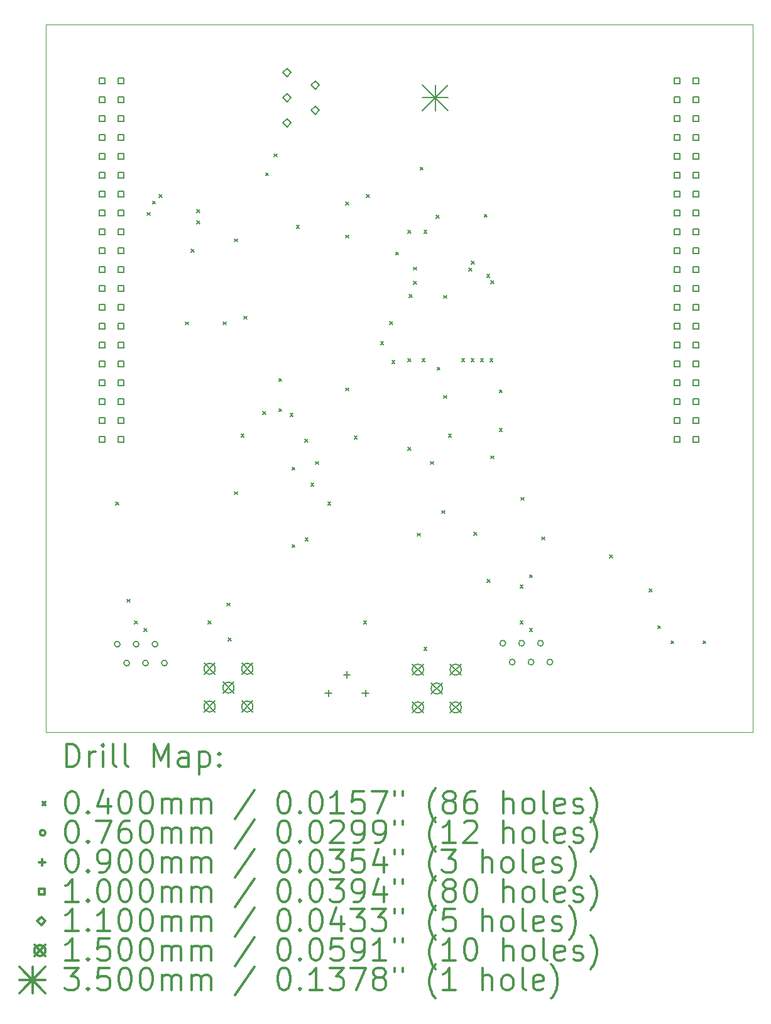
<source format=gbr>
%FSLAX45Y45*%
G04 Gerber Fmt 4.5, Leading zero omitted, Abs format (unit mm)*
G04 Created by KiCad (PCBNEW 5.99.0+really5.1.12+dfsg1-1~bpo11+1) date 2021-12-25 19:54:28*
%MOMM*%
%LPD*%
G01*
G04 APERTURE LIST*
%TA.AperFunction,Profile*%
%ADD10C,0.050000*%
%TD*%
%ADD11C,0.200000*%
%ADD12C,0.300000*%
G04 APERTURE END LIST*
D10*
X12700000Y-14605000D02*
X12700000Y-5080000D01*
X22225000Y-14605000D02*
X12700000Y-14605000D01*
X22225000Y-5080000D02*
X22225000Y-14605000D01*
X12700000Y-5080000D02*
X22225000Y-5080000D01*
D11*
X13645200Y-11511600D02*
X13685200Y-11551600D01*
X13685200Y-11511600D02*
X13645200Y-11551600D01*
X13797600Y-12819700D02*
X13837600Y-12859700D01*
X13837600Y-12819700D02*
X13797600Y-12859700D01*
X13899200Y-13111800D02*
X13939200Y-13151800D01*
X13939200Y-13111800D02*
X13899200Y-13151800D01*
X14026200Y-13213400D02*
X14066200Y-13253400D01*
X14066200Y-13213400D02*
X14026200Y-13253400D01*
X14065499Y-7612700D02*
X14105499Y-7652700D01*
X14105499Y-7612700D02*
X14065499Y-7652700D01*
X14140500Y-7460300D02*
X14180500Y-7500300D01*
X14180500Y-7460300D02*
X14140500Y-7500300D01*
X14229400Y-7371400D02*
X14269400Y-7411400D01*
X14269400Y-7371400D02*
X14229400Y-7411400D01*
X14585000Y-9085900D02*
X14625000Y-9125900D01*
X14625000Y-9085900D02*
X14585000Y-9125900D01*
X14661200Y-8108000D02*
X14701200Y-8148000D01*
X14701200Y-8108000D02*
X14661200Y-8148000D01*
X14737400Y-7574600D02*
X14777400Y-7614600D01*
X14777400Y-7574600D02*
X14737400Y-7614600D01*
X14737400Y-7727000D02*
X14777400Y-7767000D01*
X14777400Y-7727000D02*
X14737400Y-7767000D01*
X14889800Y-13111800D02*
X14929800Y-13151800D01*
X14929800Y-13111800D02*
X14889800Y-13151800D01*
X15093000Y-9085900D02*
X15133000Y-9125900D01*
X15133000Y-9085900D02*
X15093000Y-9125900D01*
X15143800Y-12870500D02*
X15183800Y-12910500D01*
X15183800Y-12870500D02*
X15143800Y-12910500D01*
X15161400Y-13340400D02*
X15201400Y-13380400D01*
X15201400Y-13340400D02*
X15161400Y-13380400D01*
X15245400Y-7968300D02*
X15285400Y-8008300D01*
X15285400Y-7968300D02*
X15245400Y-8008300D01*
X15245400Y-11371900D02*
X15285400Y-11411900D01*
X15285400Y-11371900D02*
X15245400Y-11411900D01*
X15334300Y-10597200D02*
X15374300Y-10637200D01*
X15374300Y-10597200D02*
X15334300Y-10637200D01*
X15372400Y-9009700D02*
X15412400Y-9049700D01*
X15412400Y-9009700D02*
X15372400Y-9049700D01*
X15626400Y-10292400D02*
X15666400Y-10332400D01*
X15666400Y-10292400D02*
X15626400Y-10332400D01*
X15664500Y-7079300D02*
X15704500Y-7119300D01*
X15704500Y-7079300D02*
X15664500Y-7119300D01*
X15778800Y-6825300D02*
X15818800Y-6865300D01*
X15818800Y-6825300D02*
X15778800Y-6865300D01*
X15842300Y-9847900D02*
X15882300Y-9887900D01*
X15882300Y-9847900D02*
X15842300Y-9887900D01*
X15842300Y-10254300D02*
X15882300Y-10294300D01*
X15882300Y-10254300D02*
X15842300Y-10294300D01*
X15994700Y-10317800D02*
X16034700Y-10357800D01*
X16034700Y-10317800D02*
X15994700Y-10357800D01*
X16020100Y-11041700D02*
X16060100Y-11081700D01*
X16060100Y-11041700D02*
X16020100Y-11081700D01*
X16020100Y-12083100D02*
X16060100Y-12123100D01*
X16060100Y-12083100D02*
X16020100Y-12123100D01*
X16077250Y-7784150D02*
X16117250Y-7824150D01*
X16117250Y-7784150D02*
X16077250Y-7824150D01*
X16194945Y-10663655D02*
X16234945Y-10703655D01*
X16234945Y-10663655D02*
X16194945Y-10703655D01*
X16197900Y-11994200D02*
X16237900Y-12034200D01*
X16237900Y-11994200D02*
X16197900Y-12034200D01*
X16274100Y-11257600D02*
X16314100Y-11297600D01*
X16314100Y-11257600D02*
X16274100Y-11297600D01*
X16337600Y-10965500D02*
X16377600Y-11005500D01*
X16377600Y-10965500D02*
X16337600Y-11005500D01*
X16502700Y-11511600D02*
X16542700Y-11551600D01*
X16542700Y-11511600D02*
X16502700Y-11551600D01*
X16744000Y-7473000D02*
X16784000Y-7513000D01*
X16784000Y-7473000D02*
X16744000Y-7513000D01*
X16744000Y-7917500D02*
X16784000Y-7957500D01*
X16784000Y-7917500D02*
X16744000Y-7957500D01*
X16744000Y-9974900D02*
X16784000Y-10014900D01*
X16784000Y-9974900D02*
X16744000Y-10014900D01*
X16858300Y-10622600D02*
X16898300Y-10662600D01*
X16898300Y-10622600D02*
X16858300Y-10662600D01*
X16985300Y-13111800D02*
X17025300Y-13151800D01*
X17025300Y-13111800D02*
X16985300Y-13151800D01*
X17023400Y-7371400D02*
X17063400Y-7411400D01*
X17063400Y-7371400D02*
X17023400Y-7411400D01*
X17213900Y-9352600D02*
X17253900Y-9392600D01*
X17253900Y-9352600D02*
X17213900Y-9392600D01*
X17334600Y-9079600D02*
X17374600Y-9119600D01*
X17374600Y-9079600D02*
X17334600Y-9119600D01*
X17366300Y-9606600D02*
X17406300Y-9646600D01*
X17406300Y-9606600D02*
X17366300Y-9646600D01*
X17417100Y-8146100D02*
X17457100Y-8186100D01*
X17457100Y-8146100D02*
X17417100Y-8186100D01*
X17582200Y-7854000D02*
X17622200Y-7894000D01*
X17622200Y-7854000D02*
X17582200Y-7894000D01*
X17582200Y-9581200D02*
X17622200Y-9621200D01*
X17622200Y-9581200D02*
X17582200Y-9621200D01*
X17582200Y-10775000D02*
X17622200Y-10815000D01*
X17622200Y-10775000D02*
X17582200Y-10815000D01*
X17596099Y-8717600D02*
X17636099Y-8757600D01*
X17636099Y-8717600D02*
X17596099Y-8757600D01*
X17658400Y-8349300D02*
X17698400Y-8389300D01*
X17698400Y-8349300D02*
X17658400Y-8389300D01*
X17658400Y-8539800D02*
X17698400Y-8579800D01*
X17698400Y-8539800D02*
X17658400Y-8579800D01*
X17709200Y-11930700D02*
X17749200Y-11970700D01*
X17749200Y-11930700D02*
X17709200Y-11970700D01*
X17747300Y-7003100D02*
X17787300Y-7043100D01*
X17787300Y-7003100D02*
X17747300Y-7043100D01*
X17772700Y-9581200D02*
X17812700Y-9621200D01*
X17812700Y-9581200D02*
X17772700Y-9621200D01*
X17798100Y-7854000D02*
X17838100Y-7894000D01*
X17838100Y-7854000D02*
X17798100Y-7894000D01*
X17798100Y-13467400D02*
X17838100Y-13507400D01*
X17838100Y-13467400D02*
X17798100Y-13507400D01*
X17887000Y-10965500D02*
X17927000Y-11005500D01*
X17927000Y-10965500D02*
X17887000Y-11005500D01*
X17963200Y-7650800D02*
X18003200Y-7690800D01*
X18003200Y-7650800D02*
X17963200Y-7690800D01*
X17975900Y-9695500D02*
X18015900Y-9735500D01*
X18015900Y-9695500D02*
X17975900Y-9735500D01*
X18039400Y-11625900D02*
X18079400Y-11665900D01*
X18079400Y-11625900D02*
X18039400Y-11665900D01*
X18064800Y-8730300D02*
X18104800Y-8770300D01*
X18104800Y-8730300D02*
X18064800Y-8770300D01*
X18064800Y-10076500D02*
X18104800Y-10116500D01*
X18104800Y-10076500D02*
X18064800Y-10116500D01*
X18128300Y-10597200D02*
X18168300Y-10637200D01*
X18168300Y-10597200D02*
X18128300Y-10637200D01*
X18306100Y-9581200D02*
X18346100Y-9621200D01*
X18346100Y-9581200D02*
X18306100Y-9621200D01*
X18400951Y-8362557D02*
X18440951Y-8402557D01*
X18440951Y-8362557D02*
X18400951Y-8402557D01*
X18433100Y-9581200D02*
X18473100Y-9621200D01*
X18473100Y-9581200D02*
X18433100Y-9621200D01*
X18434772Y-8268448D02*
X18474772Y-8308448D01*
X18474772Y-8268448D02*
X18434772Y-8308448D01*
X18471200Y-11918000D02*
X18511200Y-11958000D01*
X18511200Y-11918000D02*
X18471200Y-11958000D01*
X18560100Y-9581200D02*
X18600100Y-9621200D01*
X18600100Y-9581200D02*
X18560100Y-9621200D01*
X18610900Y-7638100D02*
X18650900Y-7678100D01*
X18650900Y-7638100D02*
X18610900Y-7678100D01*
X18643625Y-8446040D02*
X18683625Y-8486040D01*
X18683625Y-8446040D02*
X18643625Y-8486040D01*
X18649000Y-12553000D02*
X18689000Y-12593000D01*
X18689000Y-12553000D02*
X18649000Y-12593000D01*
X18687100Y-9581200D02*
X18727100Y-9621200D01*
X18727100Y-9581200D02*
X18687100Y-9621200D01*
X18699800Y-10889300D02*
X18739800Y-10929300D01*
X18739800Y-10889300D02*
X18699800Y-10929300D01*
X18700491Y-8528299D02*
X18740491Y-8568299D01*
X18740491Y-8528299D02*
X18700491Y-8568299D01*
X18814100Y-10000300D02*
X18854100Y-10040300D01*
X18854100Y-10000300D02*
X18814100Y-10040300D01*
X18814100Y-10521000D02*
X18854100Y-10561000D01*
X18854100Y-10521000D02*
X18814100Y-10561000D01*
X19093500Y-12629200D02*
X19133500Y-12669200D01*
X19133500Y-12629200D02*
X19093500Y-12669200D01*
X19093500Y-13111800D02*
X19133500Y-13151800D01*
X19133500Y-13111800D02*
X19093500Y-13151800D01*
X19106200Y-11448100D02*
X19146200Y-11488100D01*
X19146200Y-11448100D02*
X19106200Y-11488100D01*
X19220500Y-12489500D02*
X19260500Y-12529500D01*
X19260500Y-12489500D02*
X19220500Y-12529500D01*
X19220500Y-13213400D02*
X19260500Y-13253400D01*
X19260500Y-13213400D02*
X19220500Y-13253400D01*
X19385600Y-11981500D02*
X19425600Y-12021500D01*
X19425600Y-11981500D02*
X19385600Y-12021500D01*
X20300000Y-12222800D02*
X20340000Y-12262800D01*
X20340000Y-12222800D02*
X20300000Y-12262800D01*
X20833400Y-12680000D02*
X20873400Y-12720000D01*
X20873400Y-12680000D02*
X20833400Y-12720000D01*
X20947700Y-13175300D02*
X20987700Y-13215300D01*
X20987700Y-13175300D02*
X20947700Y-13215300D01*
X21125500Y-13378500D02*
X21165500Y-13418500D01*
X21165500Y-13378500D02*
X21125500Y-13418500D01*
X21557300Y-13378500D02*
X21597300Y-13418500D01*
X21597300Y-13378500D02*
X21557300Y-13418500D01*
X13703200Y-13423900D02*
G75*
G03*
X13703200Y-13423900I-38000J0D01*
G01*
X13830200Y-13677900D02*
G75*
G03*
X13830200Y-13677900I-38000J0D01*
G01*
X13957200Y-13423900D02*
G75*
G03*
X13957200Y-13423900I-38000J0D01*
G01*
X14084200Y-13677900D02*
G75*
G03*
X14084200Y-13677900I-38000J0D01*
G01*
X14211200Y-13423900D02*
G75*
G03*
X14211200Y-13423900I-38000J0D01*
G01*
X14338200Y-13677900D02*
G75*
G03*
X14338200Y-13677900I-38000J0D01*
G01*
X18897500Y-13411200D02*
G75*
G03*
X18897500Y-13411200I-38000J0D01*
G01*
X19024500Y-13665200D02*
G75*
G03*
X19024500Y-13665200I-38000J0D01*
G01*
X19151500Y-13411200D02*
G75*
G03*
X19151500Y-13411200I-38000J0D01*
G01*
X19278500Y-13665200D02*
G75*
G03*
X19278500Y-13665200I-38000J0D01*
G01*
X19405500Y-13411200D02*
G75*
G03*
X19405500Y-13411200I-38000J0D01*
G01*
X19532500Y-13665200D02*
G75*
G03*
X19532500Y-13665200I-38000J0D01*
G01*
X16510000Y-14039300D02*
X16510000Y-14129300D01*
X16465000Y-14084300D02*
X16555000Y-14084300D01*
X16760000Y-13789300D02*
X16760000Y-13879300D01*
X16715000Y-13834300D02*
X16805000Y-13834300D01*
X17010000Y-14039300D02*
X17010000Y-14129300D01*
X16965000Y-14084300D02*
X17055000Y-14084300D01*
X13497356Y-5877356D02*
X13497356Y-5806644D01*
X13426644Y-5806644D01*
X13426644Y-5877356D01*
X13497356Y-5877356D01*
X13497356Y-6131356D02*
X13497356Y-6060644D01*
X13426644Y-6060644D01*
X13426644Y-6131356D01*
X13497356Y-6131356D01*
X13497356Y-6385356D02*
X13497356Y-6314644D01*
X13426644Y-6314644D01*
X13426644Y-6385356D01*
X13497356Y-6385356D01*
X13497356Y-6639356D02*
X13497356Y-6568644D01*
X13426644Y-6568644D01*
X13426644Y-6639356D01*
X13497356Y-6639356D01*
X13497356Y-6893356D02*
X13497356Y-6822644D01*
X13426644Y-6822644D01*
X13426644Y-6893356D01*
X13497356Y-6893356D01*
X13497356Y-7147356D02*
X13497356Y-7076644D01*
X13426644Y-7076644D01*
X13426644Y-7147356D01*
X13497356Y-7147356D01*
X13497356Y-7401356D02*
X13497356Y-7330644D01*
X13426644Y-7330644D01*
X13426644Y-7401356D01*
X13497356Y-7401356D01*
X13497356Y-7655356D02*
X13497356Y-7584644D01*
X13426644Y-7584644D01*
X13426644Y-7655356D01*
X13497356Y-7655356D01*
X13497356Y-7909356D02*
X13497356Y-7838644D01*
X13426644Y-7838644D01*
X13426644Y-7909356D01*
X13497356Y-7909356D01*
X13497356Y-8163356D02*
X13497356Y-8092644D01*
X13426644Y-8092644D01*
X13426644Y-8163356D01*
X13497356Y-8163356D01*
X13497356Y-8417356D02*
X13497356Y-8346644D01*
X13426644Y-8346644D01*
X13426644Y-8417356D01*
X13497356Y-8417356D01*
X13497356Y-8671356D02*
X13497356Y-8600644D01*
X13426644Y-8600644D01*
X13426644Y-8671356D01*
X13497356Y-8671356D01*
X13497356Y-8925356D02*
X13497356Y-8854644D01*
X13426644Y-8854644D01*
X13426644Y-8925356D01*
X13497356Y-8925356D01*
X13497356Y-9179356D02*
X13497356Y-9108644D01*
X13426644Y-9108644D01*
X13426644Y-9179356D01*
X13497356Y-9179356D01*
X13497356Y-9433356D02*
X13497356Y-9362644D01*
X13426644Y-9362644D01*
X13426644Y-9433356D01*
X13497356Y-9433356D01*
X13497356Y-9687356D02*
X13497356Y-9616644D01*
X13426644Y-9616644D01*
X13426644Y-9687356D01*
X13497356Y-9687356D01*
X13497356Y-9941356D02*
X13497356Y-9870644D01*
X13426644Y-9870644D01*
X13426644Y-9941356D01*
X13497356Y-9941356D01*
X13497356Y-10195356D02*
X13497356Y-10124644D01*
X13426644Y-10124644D01*
X13426644Y-10195356D01*
X13497356Y-10195356D01*
X13497356Y-10449356D02*
X13497356Y-10378644D01*
X13426644Y-10378644D01*
X13426644Y-10449356D01*
X13497356Y-10449356D01*
X13497356Y-10703356D02*
X13497356Y-10632644D01*
X13426644Y-10632644D01*
X13426644Y-10703356D01*
X13497356Y-10703356D01*
X13751356Y-5877356D02*
X13751356Y-5806644D01*
X13680644Y-5806644D01*
X13680644Y-5877356D01*
X13751356Y-5877356D01*
X13751356Y-6131356D02*
X13751356Y-6060644D01*
X13680644Y-6060644D01*
X13680644Y-6131356D01*
X13751356Y-6131356D01*
X13751356Y-6385356D02*
X13751356Y-6314644D01*
X13680644Y-6314644D01*
X13680644Y-6385356D01*
X13751356Y-6385356D01*
X13751356Y-6639356D02*
X13751356Y-6568644D01*
X13680644Y-6568644D01*
X13680644Y-6639356D01*
X13751356Y-6639356D01*
X13751356Y-6893356D02*
X13751356Y-6822644D01*
X13680644Y-6822644D01*
X13680644Y-6893356D01*
X13751356Y-6893356D01*
X13751356Y-7147356D02*
X13751356Y-7076644D01*
X13680644Y-7076644D01*
X13680644Y-7147356D01*
X13751356Y-7147356D01*
X13751356Y-7401356D02*
X13751356Y-7330644D01*
X13680644Y-7330644D01*
X13680644Y-7401356D01*
X13751356Y-7401356D01*
X13751356Y-7655356D02*
X13751356Y-7584644D01*
X13680644Y-7584644D01*
X13680644Y-7655356D01*
X13751356Y-7655356D01*
X13751356Y-7909356D02*
X13751356Y-7838644D01*
X13680644Y-7838644D01*
X13680644Y-7909356D01*
X13751356Y-7909356D01*
X13751356Y-8163356D02*
X13751356Y-8092644D01*
X13680644Y-8092644D01*
X13680644Y-8163356D01*
X13751356Y-8163356D01*
X13751356Y-8417356D02*
X13751356Y-8346644D01*
X13680644Y-8346644D01*
X13680644Y-8417356D01*
X13751356Y-8417356D01*
X13751356Y-8671356D02*
X13751356Y-8600644D01*
X13680644Y-8600644D01*
X13680644Y-8671356D01*
X13751356Y-8671356D01*
X13751356Y-8925356D02*
X13751356Y-8854644D01*
X13680644Y-8854644D01*
X13680644Y-8925356D01*
X13751356Y-8925356D01*
X13751356Y-9179356D02*
X13751356Y-9108644D01*
X13680644Y-9108644D01*
X13680644Y-9179356D01*
X13751356Y-9179356D01*
X13751356Y-9433356D02*
X13751356Y-9362644D01*
X13680644Y-9362644D01*
X13680644Y-9433356D01*
X13751356Y-9433356D01*
X13751356Y-9687356D02*
X13751356Y-9616644D01*
X13680644Y-9616644D01*
X13680644Y-9687356D01*
X13751356Y-9687356D01*
X13751356Y-9941356D02*
X13751356Y-9870644D01*
X13680644Y-9870644D01*
X13680644Y-9941356D01*
X13751356Y-9941356D01*
X13751356Y-10195356D02*
X13751356Y-10124644D01*
X13680644Y-10124644D01*
X13680644Y-10195356D01*
X13751356Y-10195356D01*
X13751356Y-10449356D02*
X13751356Y-10378644D01*
X13680644Y-10378644D01*
X13680644Y-10449356D01*
X13751356Y-10449356D01*
X13751356Y-10703356D02*
X13751356Y-10632644D01*
X13680644Y-10632644D01*
X13680644Y-10703356D01*
X13751356Y-10703356D01*
X21244356Y-5877356D02*
X21244356Y-5806644D01*
X21173644Y-5806644D01*
X21173644Y-5877356D01*
X21244356Y-5877356D01*
X21244356Y-6131356D02*
X21244356Y-6060644D01*
X21173644Y-6060644D01*
X21173644Y-6131356D01*
X21244356Y-6131356D01*
X21244356Y-6385356D02*
X21244356Y-6314644D01*
X21173644Y-6314644D01*
X21173644Y-6385356D01*
X21244356Y-6385356D01*
X21244356Y-6639356D02*
X21244356Y-6568644D01*
X21173644Y-6568644D01*
X21173644Y-6639356D01*
X21244356Y-6639356D01*
X21244356Y-6893356D02*
X21244356Y-6822644D01*
X21173644Y-6822644D01*
X21173644Y-6893356D01*
X21244356Y-6893356D01*
X21244356Y-7147356D02*
X21244356Y-7076644D01*
X21173644Y-7076644D01*
X21173644Y-7147356D01*
X21244356Y-7147356D01*
X21244356Y-7401356D02*
X21244356Y-7330644D01*
X21173644Y-7330644D01*
X21173644Y-7401356D01*
X21244356Y-7401356D01*
X21244356Y-7655356D02*
X21244356Y-7584644D01*
X21173644Y-7584644D01*
X21173644Y-7655356D01*
X21244356Y-7655356D01*
X21244356Y-7909356D02*
X21244356Y-7838644D01*
X21173644Y-7838644D01*
X21173644Y-7909356D01*
X21244356Y-7909356D01*
X21244356Y-8163356D02*
X21244356Y-8092644D01*
X21173644Y-8092644D01*
X21173644Y-8163356D01*
X21244356Y-8163356D01*
X21244356Y-8417356D02*
X21244356Y-8346644D01*
X21173644Y-8346644D01*
X21173644Y-8417356D01*
X21244356Y-8417356D01*
X21244356Y-8671356D02*
X21244356Y-8600644D01*
X21173644Y-8600644D01*
X21173644Y-8671356D01*
X21244356Y-8671356D01*
X21244356Y-8925356D02*
X21244356Y-8854644D01*
X21173644Y-8854644D01*
X21173644Y-8925356D01*
X21244356Y-8925356D01*
X21244356Y-9179356D02*
X21244356Y-9108644D01*
X21173644Y-9108644D01*
X21173644Y-9179356D01*
X21244356Y-9179356D01*
X21244356Y-9433356D02*
X21244356Y-9362644D01*
X21173644Y-9362644D01*
X21173644Y-9433356D01*
X21244356Y-9433356D01*
X21244356Y-9687356D02*
X21244356Y-9616644D01*
X21173644Y-9616644D01*
X21173644Y-9687356D01*
X21244356Y-9687356D01*
X21244356Y-9941356D02*
X21244356Y-9870644D01*
X21173644Y-9870644D01*
X21173644Y-9941356D01*
X21244356Y-9941356D01*
X21244356Y-10195356D02*
X21244356Y-10124644D01*
X21173644Y-10124644D01*
X21173644Y-10195356D01*
X21244356Y-10195356D01*
X21244356Y-10449356D02*
X21244356Y-10378644D01*
X21173644Y-10378644D01*
X21173644Y-10449356D01*
X21244356Y-10449356D01*
X21244356Y-10703356D02*
X21244356Y-10632644D01*
X21173644Y-10632644D01*
X21173644Y-10703356D01*
X21244356Y-10703356D01*
X21498356Y-5877356D02*
X21498356Y-5806644D01*
X21427644Y-5806644D01*
X21427644Y-5877356D01*
X21498356Y-5877356D01*
X21498356Y-6131356D02*
X21498356Y-6060644D01*
X21427644Y-6060644D01*
X21427644Y-6131356D01*
X21498356Y-6131356D01*
X21498356Y-6385356D02*
X21498356Y-6314644D01*
X21427644Y-6314644D01*
X21427644Y-6385356D01*
X21498356Y-6385356D01*
X21498356Y-6639356D02*
X21498356Y-6568644D01*
X21427644Y-6568644D01*
X21427644Y-6639356D01*
X21498356Y-6639356D01*
X21498356Y-6893356D02*
X21498356Y-6822644D01*
X21427644Y-6822644D01*
X21427644Y-6893356D01*
X21498356Y-6893356D01*
X21498356Y-7147356D02*
X21498356Y-7076644D01*
X21427644Y-7076644D01*
X21427644Y-7147356D01*
X21498356Y-7147356D01*
X21498356Y-7401356D02*
X21498356Y-7330644D01*
X21427644Y-7330644D01*
X21427644Y-7401356D01*
X21498356Y-7401356D01*
X21498356Y-7655356D02*
X21498356Y-7584644D01*
X21427644Y-7584644D01*
X21427644Y-7655356D01*
X21498356Y-7655356D01*
X21498356Y-7909356D02*
X21498356Y-7838644D01*
X21427644Y-7838644D01*
X21427644Y-7909356D01*
X21498356Y-7909356D01*
X21498356Y-8163356D02*
X21498356Y-8092644D01*
X21427644Y-8092644D01*
X21427644Y-8163356D01*
X21498356Y-8163356D01*
X21498356Y-8417356D02*
X21498356Y-8346644D01*
X21427644Y-8346644D01*
X21427644Y-8417356D01*
X21498356Y-8417356D01*
X21498356Y-8671356D02*
X21498356Y-8600644D01*
X21427644Y-8600644D01*
X21427644Y-8671356D01*
X21498356Y-8671356D01*
X21498356Y-8925356D02*
X21498356Y-8854644D01*
X21427644Y-8854644D01*
X21427644Y-8925356D01*
X21498356Y-8925356D01*
X21498356Y-9179356D02*
X21498356Y-9108644D01*
X21427644Y-9108644D01*
X21427644Y-9179356D01*
X21498356Y-9179356D01*
X21498356Y-9433356D02*
X21498356Y-9362644D01*
X21427644Y-9362644D01*
X21427644Y-9433356D01*
X21498356Y-9433356D01*
X21498356Y-9687356D02*
X21498356Y-9616644D01*
X21427644Y-9616644D01*
X21427644Y-9687356D01*
X21498356Y-9687356D01*
X21498356Y-9941356D02*
X21498356Y-9870644D01*
X21427644Y-9870644D01*
X21427644Y-9941356D01*
X21498356Y-9941356D01*
X21498356Y-10195356D02*
X21498356Y-10124644D01*
X21427644Y-10124644D01*
X21427644Y-10195356D01*
X21498356Y-10195356D01*
X21498356Y-10449356D02*
X21498356Y-10378644D01*
X21427644Y-10378644D01*
X21427644Y-10449356D01*
X21498356Y-10449356D01*
X21498356Y-10703356D02*
X21498356Y-10632644D01*
X21427644Y-10632644D01*
X21427644Y-10703356D01*
X21498356Y-10703356D01*
X15951200Y-5782700D02*
X16006200Y-5727700D01*
X15951200Y-5672700D01*
X15896200Y-5727700D01*
X15951200Y-5782700D01*
X15951200Y-6122700D02*
X16006200Y-6067700D01*
X15951200Y-6012700D01*
X15896200Y-6067700D01*
X15951200Y-6122700D01*
X15951200Y-6462700D02*
X16006200Y-6407700D01*
X15951200Y-6352700D01*
X15896200Y-6407700D01*
X15951200Y-6462700D01*
X16331200Y-5952700D02*
X16386200Y-5897700D01*
X16331200Y-5842700D01*
X16276200Y-5897700D01*
X16331200Y-5952700D01*
X16331200Y-6292700D02*
X16386200Y-6237700D01*
X16331200Y-6182700D01*
X16276200Y-6237700D01*
X16331200Y-6292700D01*
X14834800Y-13679100D02*
X14984800Y-13829100D01*
X14984800Y-13679100D02*
X14834800Y-13829100D01*
X14984800Y-13754100D02*
G75*
G03*
X14984800Y-13754100I-75000J0D01*
G01*
X14834800Y-14187100D02*
X14984800Y-14337100D01*
X14984800Y-14187100D02*
X14834800Y-14337100D01*
X14984800Y-14262100D02*
G75*
G03*
X14984800Y-14262100I-75000J0D01*
G01*
X15088800Y-13933100D02*
X15238800Y-14083100D01*
X15238800Y-13933100D02*
X15088800Y-14083100D01*
X15238800Y-14008100D02*
G75*
G03*
X15238800Y-14008100I-75000J0D01*
G01*
X15342800Y-13679100D02*
X15492800Y-13829100D01*
X15492800Y-13679100D02*
X15342800Y-13829100D01*
X15492800Y-13754100D02*
G75*
G03*
X15492800Y-13754100I-75000J0D01*
G01*
X15342800Y-14187100D02*
X15492800Y-14337100D01*
X15492800Y-14187100D02*
X15342800Y-14337100D01*
X15492800Y-14262100D02*
G75*
G03*
X15492800Y-14262100I-75000J0D01*
G01*
X17641500Y-13691800D02*
X17791500Y-13841800D01*
X17791500Y-13691800D02*
X17641500Y-13841800D01*
X17791500Y-13766800D02*
G75*
G03*
X17791500Y-13766800I-75000J0D01*
G01*
X17641500Y-14199800D02*
X17791500Y-14349800D01*
X17791500Y-14199800D02*
X17641500Y-14349800D01*
X17791500Y-14274800D02*
G75*
G03*
X17791500Y-14274800I-75000J0D01*
G01*
X17895500Y-13945800D02*
X18045500Y-14095800D01*
X18045500Y-13945800D02*
X17895500Y-14095800D01*
X18045500Y-14020800D02*
G75*
G03*
X18045500Y-14020800I-75000J0D01*
G01*
X18149500Y-13691800D02*
X18299500Y-13841800D01*
X18299500Y-13691800D02*
X18149500Y-13841800D01*
X18299500Y-13766800D02*
G75*
G03*
X18299500Y-13766800I-75000J0D01*
G01*
X18149500Y-14199800D02*
X18299500Y-14349800D01*
X18299500Y-14199800D02*
X18149500Y-14349800D01*
X18299500Y-14274800D02*
G75*
G03*
X18299500Y-14274800I-75000J0D01*
G01*
X17774200Y-5892700D02*
X18124200Y-6242700D01*
X18124200Y-5892700D02*
X17774200Y-6242700D01*
X17949200Y-5892700D02*
X17949200Y-6242700D01*
X17774200Y-6067700D02*
X18124200Y-6067700D01*
D12*
X12983928Y-15073214D02*
X12983928Y-14773214D01*
X13055357Y-14773214D01*
X13098214Y-14787500D01*
X13126786Y-14816071D01*
X13141071Y-14844643D01*
X13155357Y-14901786D01*
X13155357Y-14944643D01*
X13141071Y-15001786D01*
X13126786Y-15030357D01*
X13098214Y-15058929D01*
X13055357Y-15073214D01*
X12983928Y-15073214D01*
X13283928Y-15073214D02*
X13283928Y-14873214D01*
X13283928Y-14930357D02*
X13298214Y-14901786D01*
X13312500Y-14887500D01*
X13341071Y-14873214D01*
X13369643Y-14873214D01*
X13469643Y-15073214D02*
X13469643Y-14873214D01*
X13469643Y-14773214D02*
X13455357Y-14787500D01*
X13469643Y-14801786D01*
X13483928Y-14787500D01*
X13469643Y-14773214D01*
X13469643Y-14801786D01*
X13655357Y-15073214D02*
X13626786Y-15058929D01*
X13612500Y-15030357D01*
X13612500Y-14773214D01*
X13812500Y-15073214D02*
X13783928Y-15058929D01*
X13769643Y-15030357D01*
X13769643Y-14773214D01*
X14155357Y-15073214D02*
X14155357Y-14773214D01*
X14255357Y-14987500D01*
X14355357Y-14773214D01*
X14355357Y-15073214D01*
X14626786Y-15073214D02*
X14626786Y-14916071D01*
X14612500Y-14887500D01*
X14583928Y-14873214D01*
X14526786Y-14873214D01*
X14498214Y-14887500D01*
X14626786Y-15058929D02*
X14598214Y-15073214D01*
X14526786Y-15073214D01*
X14498214Y-15058929D01*
X14483928Y-15030357D01*
X14483928Y-15001786D01*
X14498214Y-14973214D01*
X14526786Y-14958929D01*
X14598214Y-14958929D01*
X14626786Y-14944643D01*
X14769643Y-14873214D02*
X14769643Y-15173214D01*
X14769643Y-14887500D02*
X14798214Y-14873214D01*
X14855357Y-14873214D01*
X14883928Y-14887500D01*
X14898214Y-14901786D01*
X14912500Y-14930357D01*
X14912500Y-15016071D01*
X14898214Y-15044643D01*
X14883928Y-15058929D01*
X14855357Y-15073214D01*
X14798214Y-15073214D01*
X14769643Y-15058929D01*
X15041071Y-15044643D02*
X15055357Y-15058929D01*
X15041071Y-15073214D01*
X15026786Y-15058929D01*
X15041071Y-15044643D01*
X15041071Y-15073214D01*
X15041071Y-14887500D02*
X15055357Y-14901786D01*
X15041071Y-14916071D01*
X15026786Y-14901786D01*
X15041071Y-14887500D01*
X15041071Y-14916071D01*
X12657500Y-15547500D02*
X12697500Y-15587500D01*
X12697500Y-15547500D02*
X12657500Y-15587500D01*
X13041071Y-15403214D02*
X13069643Y-15403214D01*
X13098214Y-15417500D01*
X13112500Y-15431786D01*
X13126786Y-15460357D01*
X13141071Y-15517500D01*
X13141071Y-15588929D01*
X13126786Y-15646071D01*
X13112500Y-15674643D01*
X13098214Y-15688929D01*
X13069643Y-15703214D01*
X13041071Y-15703214D01*
X13012500Y-15688929D01*
X12998214Y-15674643D01*
X12983928Y-15646071D01*
X12969643Y-15588929D01*
X12969643Y-15517500D01*
X12983928Y-15460357D01*
X12998214Y-15431786D01*
X13012500Y-15417500D01*
X13041071Y-15403214D01*
X13269643Y-15674643D02*
X13283928Y-15688929D01*
X13269643Y-15703214D01*
X13255357Y-15688929D01*
X13269643Y-15674643D01*
X13269643Y-15703214D01*
X13541071Y-15503214D02*
X13541071Y-15703214D01*
X13469643Y-15388929D02*
X13398214Y-15603214D01*
X13583928Y-15603214D01*
X13755357Y-15403214D02*
X13783928Y-15403214D01*
X13812500Y-15417500D01*
X13826786Y-15431786D01*
X13841071Y-15460357D01*
X13855357Y-15517500D01*
X13855357Y-15588929D01*
X13841071Y-15646071D01*
X13826786Y-15674643D01*
X13812500Y-15688929D01*
X13783928Y-15703214D01*
X13755357Y-15703214D01*
X13726786Y-15688929D01*
X13712500Y-15674643D01*
X13698214Y-15646071D01*
X13683928Y-15588929D01*
X13683928Y-15517500D01*
X13698214Y-15460357D01*
X13712500Y-15431786D01*
X13726786Y-15417500D01*
X13755357Y-15403214D01*
X14041071Y-15403214D02*
X14069643Y-15403214D01*
X14098214Y-15417500D01*
X14112500Y-15431786D01*
X14126786Y-15460357D01*
X14141071Y-15517500D01*
X14141071Y-15588929D01*
X14126786Y-15646071D01*
X14112500Y-15674643D01*
X14098214Y-15688929D01*
X14069643Y-15703214D01*
X14041071Y-15703214D01*
X14012500Y-15688929D01*
X13998214Y-15674643D01*
X13983928Y-15646071D01*
X13969643Y-15588929D01*
X13969643Y-15517500D01*
X13983928Y-15460357D01*
X13998214Y-15431786D01*
X14012500Y-15417500D01*
X14041071Y-15403214D01*
X14269643Y-15703214D02*
X14269643Y-15503214D01*
X14269643Y-15531786D02*
X14283928Y-15517500D01*
X14312500Y-15503214D01*
X14355357Y-15503214D01*
X14383928Y-15517500D01*
X14398214Y-15546071D01*
X14398214Y-15703214D01*
X14398214Y-15546071D02*
X14412500Y-15517500D01*
X14441071Y-15503214D01*
X14483928Y-15503214D01*
X14512500Y-15517500D01*
X14526786Y-15546071D01*
X14526786Y-15703214D01*
X14669643Y-15703214D02*
X14669643Y-15503214D01*
X14669643Y-15531786D02*
X14683928Y-15517500D01*
X14712500Y-15503214D01*
X14755357Y-15503214D01*
X14783928Y-15517500D01*
X14798214Y-15546071D01*
X14798214Y-15703214D01*
X14798214Y-15546071D02*
X14812500Y-15517500D01*
X14841071Y-15503214D01*
X14883928Y-15503214D01*
X14912500Y-15517500D01*
X14926786Y-15546071D01*
X14926786Y-15703214D01*
X15512500Y-15388929D02*
X15255357Y-15774643D01*
X15898214Y-15403214D02*
X15926786Y-15403214D01*
X15955357Y-15417500D01*
X15969643Y-15431786D01*
X15983928Y-15460357D01*
X15998214Y-15517500D01*
X15998214Y-15588929D01*
X15983928Y-15646071D01*
X15969643Y-15674643D01*
X15955357Y-15688929D01*
X15926786Y-15703214D01*
X15898214Y-15703214D01*
X15869643Y-15688929D01*
X15855357Y-15674643D01*
X15841071Y-15646071D01*
X15826786Y-15588929D01*
X15826786Y-15517500D01*
X15841071Y-15460357D01*
X15855357Y-15431786D01*
X15869643Y-15417500D01*
X15898214Y-15403214D01*
X16126786Y-15674643D02*
X16141071Y-15688929D01*
X16126786Y-15703214D01*
X16112500Y-15688929D01*
X16126786Y-15674643D01*
X16126786Y-15703214D01*
X16326786Y-15403214D02*
X16355357Y-15403214D01*
X16383928Y-15417500D01*
X16398214Y-15431786D01*
X16412500Y-15460357D01*
X16426786Y-15517500D01*
X16426786Y-15588929D01*
X16412500Y-15646071D01*
X16398214Y-15674643D01*
X16383928Y-15688929D01*
X16355357Y-15703214D01*
X16326786Y-15703214D01*
X16298214Y-15688929D01*
X16283928Y-15674643D01*
X16269643Y-15646071D01*
X16255357Y-15588929D01*
X16255357Y-15517500D01*
X16269643Y-15460357D01*
X16283928Y-15431786D01*
X16298214Y-15417500D01*
X16326786Y-15403214D01*
X16712500Y-15703214D02*
X16541071Y-15703214D01*
X16626786Y-15703214D02*
X16626786Y-15403214D01*
X16598214Y-15446071D01*
X16569643Y-15474643D01*
X16541071Y-15488929D01*
X16983928Y-15403214D02*
X16841071Y-15403214D01*
X16826786Y-15546071D01*
X16841071Y-15531786D01*
X16869643Y-15517500D01*
X16941071Y-15517500D01*
X16969643Y-15531786D01*
X16983928Y-15546071D01*
X16998214Y-15574643D01*
X16998214Y-15646071D01*
X16983928Y-15674643D01*
X16969643Y-15688929D01*
X16941071Y-15703214D01*
X16869643Y-15703214D01*
X16841071Y-15688929D01*
X16826786Y-15674643D01*
X17098214Y-15403214D02*
X17298214Y-15403214D01*
X17169643Y-15703214D01*
X17398214Y-15403214D02*
X17398214Y-15460357D01*
X17512500Y-15403214D02*
X17512500Y-15460357D01*
X17955357Y-15817500D02*
X17941071Y-15803214D01*
X17912500Y-15760357D01*
X17898214Y-15731786D01*
X17883928Y-15688929D01*
X17869643Y-15617500D01*
X17869643Y-15560357D01*
X17883928Y-15488929D01*
X17898214Y-15446071D01*
X17912500Y-15417500D01*
X17941071Y-15374643D01*
X17955357Y-15360357D01*
X18112500Y-15531786D02*
X18083928Y-15517500D01*
X18069643Y-15503214D01*
X18055357Y-15474643D01*
X18055357Y-15460357D01*
X18069643Y-15431786D01*
X18083928Y-15417500D01*
X18112500Y-15403214D01*
X18169643Y-15403214D01*
X18198214Y-15417500D01*
X18212500Y-15431786D01*
X18226786Y-15460357D01*
X18226786Y-15474643D01*
X18212500Y-15503214D01*
X18198214Y-15517500D01*
X18169643Y-15531786D01*
X18112500Y-15531786D01*
X18083928Y-15546071D01*
X18069643Y-15560357D01*
X18055357Y-15588929D01*
X18055357Y-15646071D01*
X18069643Y-15674643D01*
X18083928Y-15688929D01*
X18112500Y-15703214D01*
X18169643Y-15703214D01*
X18198214Y-15688929D01*
X18212500Y-15674643D01*
X18226786Y-15646071D01*
X18226786Y-15588929D01*
X18212500Y-15560357D01*
X18198214Y-15546071D01*
X18169643Y-15531786D01*
X18483928Y-15403214D02*
X18426786Y-15403214D01*
X18398214Y-15417500D01*
X18383928Y-15431786D01*
X18355357Y-15474643D01*
X18341071Y-15531786D01*
X18341071Y-15646071D01*
X18355357Y-15674643D01*
X18369643Y-15688929D01*
X18398214Y-15703214D01*
X18455357Y-15703214D01*
X18483928Y-15688929D01*
X18498214Y-15674643D01*
X18512500Y-15646071D01*
X18512500Y-15574643D01*
X18498214Y-15546071D01*
X18483928Y-15531786D01*
X18455357Y-15517500D01*
X18398214Y-15517500D01*
X18369643Y-15531786D01*
X18355357Y-15546071D01*
X18341071Y-15574643D01*
X18869643Y-15703214D02*
X18869643Y-15403214D01*
X18998214Y-15703214D02*
X18998214Y-15546071D01*
X18983928Y-15517500D01*
X18955357Y-15503214D01*
X18912500Y-15503214D01*
X18883928Y-15517500D01*
X18869643Y-15531786D01*
X19183928Y-15703214D02*
X19155357Y-15688929D01*
X19141071Y-15674643D01*
X19126786Y-15646071D01*
X19126786Y-15560357D01*
X19141071Y-15531786D01*
X19155357Y-15517500D01*
X19183928Y-15503214D01*
X19226786Y-15503214D01*
X19255357Y-15517500D01*
X19269643Y-15531786D01*
X19283928Y-15560357D01*
X19283928Y-15646071D01*
X19269643Y-15674643D01*
X19255357Y-15688929D01*
X19226786Y-15703214D01*
X19183928Y-15703214D01*
X19455357Y-15703214D02*
X19426786Y-15688929D01*
X19412500Y-15660357D01*
X19412500Y-15403214D01*
X19683928Y-15688929D02*
X19655357Y-15703214D01*
X19598214Y-15703214D01*
X19569643Y-15688929D01*
X19555357Y-15660357D01*
X19555357Y-15546071D01*
X19569643Y-15517500D01*
X19598214Y-15503214D01*
X19655357Y-15503214D01*
X19683928Y-15517500D01*
X19698214Y-15546071D01*
X19698214Y-15574643D01*
X19555357Y-15603214D01*
X19812500Y-15688929D02*
X19841071Y-15703214D01*
X19898214Y-15703214D01*
X19926786Y-15688929D01*
X19941071Y-15660357D01*
X19941071Y-15646071D01*
X19926786Y-15617500D01*
X19898214Y-15603214D01*
X19855357Y-15603214D01*
X19826786Y-15588929D01*
X19812500Y-15560357D01*
X19812500Y-15546071D01*
X19826786Y-15517500D01*
X19855357Y-15503214D01*
X19898214Y-15503214D01*
X19926786Y-15517500D01*
X20041071Y-15817500D02*
X20055357Y-15803214D01*
X20083928Y-15760357D01*
X20098214Y-15731786D01*
X20112500Y-15688929D01*
X20126786Y-15617500D01*
X20126786Y-15560357D01*
X20112500Y-15488929D01*
X20098214Y-15446071D01*
X20083928Y-15417500D01*
X20055357Y-15374643D01*
X20041071Y-15360357D01*
X12697500Y-15963500D02*
G75*
G03*
X12697500Y-15963500I-38000J0D01*
G01*
X13041071Y-15799214D02*
X13069643Y-15799214D01*
X13098214Y-15813500D01*
X13112500Y-15827786D01*
X13126786Y-15856357D01*
X13141071Y-15913500D01*
X13141071Y-15984929D01*
X13126786Y-16042071D01*
X13112500Y-16070643D01*
X13098214Y-16084929D01*
X13069643Y-16099214D01*
X13041071Y-16099214D01*
X13012500Y-16084929D01*
X12998214Y-16070643D01*
X12983928Y-16042071D01*
X12969643Y-15984929D01*
X12969643Y-15913500D01*
X12983928Y-15856357D01*
X12998214Y-15827786D01*
X13012500Y-15813500D01*
X13041071Y-15799214D01*
X13269643Y-16070643D02*
X13283928Y-16084929D01*
X13269643Y-16099214D01*
X13255357Y-16084929D01*
X13269643Y-16070643D01*
X13269643Y-16099214D01*
X13383928Y-15799214D02*
X13583928Y-15799214D01*
X13455357Y-16099214D01*
X13826786Y-15799214D02*
X13769643Y-15799214D01*
X13741071Y-15813500D01*
X13726786Y-15827786D01*
X13698214Y-15870643D01*
X13683928Y-15927786D01*
X13683928Y-16042071D01*
X13698214Y-16070643D01*
X13712500Y-16084929D01*
X13741071Y-16099214D01*
X13798214Y-16099214D01*
X13826786Y-16084929D01*
X13841071Y-16070643D01*
X13855357Y-16042071D01*
X13855357Y-15970643D01*
X13841071Y-15942071D01*
X13826786Y-15927786D01*
X13798214Y-15913500D01*
X13741071Y-15913500D01*
X13712500Y-15927786D01*
X13698214Y-15942071D01*
X13683928Y-15970643D01*
X14041071Y-15799214D02*
X14069643Y-15799214D01*
X14098214Y-15813500D01*
X14112500Y-15827786D01*
X14126786Y-15856357D01*
X14141071Y-15913500D01*
X14141071Y-15984929D01*
X14126786Y-16042071D01*
X14112500Y-16070643D01*
X14098214Y-16084929D01*
X14069643Y-16099214D01*
X14041071Y-16099214D01*
X14012500Y-16084929D01*
X13998214Y-16070643D01*
X13983928Y-16042071D01*
X13969643Y-15984929D01*
X13969643Y-15913500D01*
X13983928Y-15856357D01*
X13998214Y-15827786D01*
X14012500Y-15813500D01*
X14041071Y-15799214D01*
X14269643Y-16099214D02*
X14269643Y-15899214D01*
X14269643Y-15927786D02*
X14283928Y-15913500D01*
X14312500Y-15899214D01*
X14355357Y-15899214D01*
X14383928Y-15913500D01*
X14398214Y-15942071D01*
X14398214Y-16099214D01*
X14398214Y-15942071D02*
X14412500Y-15913500D01*
X14441071Y-15899214D01*
X14483928Y-15899214D01*
X14512500Y-15913500D01*
X14526786Y-15942071D01*
X14526786Y-16099214D01*
X14669643Y-16099214D02*
X14669643Y-15899214D01*
X14669643Y-15927786D02*
X14683928Y-15913500D01*
X14712500Y-15899214D01*
X14755357Y-15899214D01*
X14783928Y-15913500D01*
X14798214Y-15942071D01*
X14798214Y-16099214D01*
X14798214Y-15942071D02*
X14812500Y-15913500D01*
X14841071Y-15899214D01*
X14883928Y-15899214D01*
X14912500Y-15913500D01*
X14926786Y-15942071D01*
X14926786Y-16099214D01*
X15512500Y-15784929D02*
X15255357Y-16170643D01*
X15898214Y-15799214D02*
X15926786Y-15799214D01*
X15955357Y-15813500D01*
X15969643Y-15827786D01*
X15983928Y-15856357D01*
X15998214Y-15913500D01*
X15998214Y-15984929D01*
X15983928Y-16042071D01*
X15969643Y-16070643D01*
X15955357Y-16084929D01*
X15926786Y-16099214D01*
X15898214Y-16099214D01*
X15869643Y-16084929D01*
X15855357Y-16070643D01*
X15841071Y-16042071D01*
X15826786Y-15984929D01*
X15826786Y-15913500D01*
X15841071Y-15856357D01*
X15855357Y-15827786D01*
X15869643Y-15813500D01*
X15898214Y-15799214D01*
X16126786Y-16070643D02*
X16141071Y-16084929D01*
X16126786Y-16099214D01*
X16112500Y-16084929D01*
X16126786Y-16070643D01*
X16126786Y-16099214D01*
X16326786Y-15799214D02*
X16355357Y-15799214D01*
X16383928Y-15813500D01*
X16398214Y-15827786D01*
X16412500Y-15856357D01*
X16426786Y-15913500D01*
X16426786Y-15984929D01*
X16412500Y-16042071D01*
X16398214Y-16070643D01*
X16383928Y-16084929D01*
X16355357Y-16099214D01*
X16326786Y-16099214D01*
X16298214Y-16084929D01*
X16283928Y-16070643D01*
X16269643Y-16042071D01*
X16255357Y-15984929D01*
X16255357Y-15913500D01*
X16269643Y-15856357D01*
X16283928Y-15827786D01*
X16298214Y-15813500D01*
X16326786Y-15799214D01*
X16541071Y-15827786D02*
X16555357Y-15813500D01*
X16583928Y-15799214D01*
X16655357Y-15799214D01*
X16683928Y-15813500D01*
X16698214Y-15827786D01*
X16712500Y-15856357D01*
X16712500Y-15884929D01*
X16698214Y-15927786D01*
X16526786Y-16099214D01*
X16712500Y-16099214D01*
X16855357Y-16099214D02*
X16912500Y-16099214D01*
X16941071Y-16084929D01*
X16955357Y-16070643D01*
X16983928Y-16027786D01*
X16998214Y-15970643D01*
X16998214Y-15856357D01*
X16983928Y-15827786D01*
X16969643Y-15813500D01*
X16941071Y-15799214D01*
X16883928Y-15799214D01*
X16855357Y-15813500D01*
X16841071Y-15827786D01*
X16826786Y-15856357D01*
X16826786Y-15927786D01*
X16841071Y-15956357D01*
X16855357Y-15970643D01*
X16883928Y-15984929D01*
X16941071Y-15984929D01*
X16969643Y-15970643D01*
X16983928Y-15956357D01*
X16998214Y-15927786D01*
X17141071Y-16099214D02*
X17198214Y-16099214D01*
X17226786Y-16084929D01*
X17241071Y-16070643D01*
X17269643Y-16027786D01*
X17283928Y-15970643D01*
X17283928Y-15856357D01*
X17269643Y-15827786D01*
X17255357Y-15813500D01*
X17226786Y-15799214D01*
X17169643Y-15799214D01*
X17141071Y-15813500D01*
X17126786Y-15827786D01*
X17112500Y-15856357D01*
X17112500Y-15927786D01*
X17126786Y-15956357D01*
X17141071Y-15970643D01*
X17169643Y-15984929D01*
X17226786Y-15984929D01*
X17255357Y-15970643D01*
X17269643Y-15956357D01*
X17283928Y-15927786D01*
X17398214Y-15799214D02*
X17398214Y-15856357D01*
X17512500Y-15799214D02*
X17512500Y-15856357D01*
X17955357Y-16213500D02*
X17941071Y-16199214D01*
X17912500Y-16156357D01*
X17898214Y-16127786D01*
X17883928Y-16084929D01*
X17869643Y-16013500D01*
X17869643Y-15956357D01*
X17883928Y-15884929D01*
X17898214Y-15842071D01*
X17912500Y-15813500D01*
X17941071Y-15770643D01*
X17955357Y-15756357D01*
X18226786Y-16099214D02*
X18055357Y-16099214D01*
X18141071Y-16099214D02*
X18141071Y-15799214D01*
X18112500Y-15842071D01*
X18083928Y-15870643D01*
X18055357Y-15884929D01*
X18341071Y-15827786D02*
X18355357Y-15813500D01*
X18383928Y-15799214D01*
X18455357Y-15799214D01*
X18483928Y-15813500D01*
X18498214Y-15827786D01*
X18512500Y-15856357D01*
X18512500Y-15884929D01*
X18498214Y-15927786D01*
X18326786Y-16099214D01*
X18512500Y-16099214D01*
X18869643Y-16099214D02*
X18869643Y-15799214D01*
X18998214Y-16099214D02*
X18998214Y-15942071D01*
X18983928Y-15913500D01*
X18955357Y-15899214D01*
X18912500Y-15899214D01*
X18883928Y-15913500D01*
X18869643Y-15927786D01*
X19183928Y-16099214D02*
X19155357Y-16084929D01*
X19141071Y-16070643D01*
X19126786Y-16042071D01*
X19126786Y-15956357D01*
X19141071Y-15927786D01*
X19155357Y-15913500D01*
X19183928Y-15899214D01*
X19226786Y-15899214D01*
X19255357Y-15913500D01*
X19269643Y-15927786D01*
X19283928Y-15956357D01*
X19283928Y-16042071D01*
X19269643Y-16070643D01*
X19255357Y-16084929D01*
X19226786Y-16099214D01*
X19183928Y-16099214D01*
X19455357Y-16099214D02*
X19426786Y-16084929D01*
X19412500Y-16056357D01*
X19412500Y-15799214D01*
X19683928Y-16084929D02*
X19655357Y-16099214D01*
X19598214Y-16099214D01*
X19569643Y-16084929D01*
X19555357Y-16056357D01*
X19555357Y-15942071D01*
X19569643Y-15913500D01*
X19598214Y-15899214D01*
X19655357Y-15899214D01*
X19683928Y-15913500D01*
X19698214Y-15942071D01*
X19698214Y-15970643D01*
X19555357Y-15999214D01*
X19812500Y-16084929D02*
X19841071Y-16099214D01*
X19898214Y-16099214D01*
X19926786Y-16084929D01*
X19941071Y-16056357D01*
X19941071Y-16042071D01*
X19926786Y-16013500D01*
X19898214Y-15999214D01*
X19855357Y-15999214D01*
X19826786Y-15984929D01*
X19812500Y-15956357D01*
X19812500Y-15942071D01*
X19826786Y-15913500D01*
X19855357Y-15899214D01*
X19898214Y-15899214D01*
X19926786Y-15913500D01*
X20041071Y-16213500D02*
X20055357Y-16199214D01*
X20083928Y-16156357D01*
X20098214Y-16127786D01*
X20112500Y-16084929D01*
X20126786Y-16013500D01*
X20126786Y-15956357D01*
X20112500Y-15884929D01*
X20098214Y-15842071D01*
X20083928Y-15813500D01*
X20055357Y-15770643D01*
X20041071Y-15756357D01*
X12652500Y-16314500D02*
X12652500Y-16404500D01*
X12607500Y-16359500D02*
X12697500Y-16359500D01*
X13041071Y-16195214D02*
X13069643Y-16195214D01*
X13098214Y-16209500D01*
X13112500Y-16223786D01*
X13126786Y-16252357D01*
X13141071Y-16309500D01*
X13141071Y-16380929D01*
X13126786Y-16438071D01*
X13112500Y-16466643D01*
X13098214Y-16480929D01*
X13069643Y-16495214D01*
X13041071Y-16495214D01*
X13012500Y-16480929D01*
X12998214Y-16466643D01*
X12983928Y-16438071D01*
X12969643Y-16380929D01*
X12969643Y-16309500D01*
X12983928Y-16252357D01*
X12998214Y-16223786D01*
X13012500Y-16209500D01*
X13041071Y-16195214D01*
X13269643Y-16466643D02*
X13283928Y-16480929D01*
X13269643Y-16495214D01*
X13255357Y-16480929D01*
X13269643Y-16466643D01*
X13269643Y-16495214D01*
X13426786Y-16495214D02*
X13483928Y-16495214D01*
X13512500Y-16480929D01*
X13526786Y-16466643D01*
X13555357Y-16423786D01*
X13569643Y-16366643D01*
X13569643Y-16252357D01*
X13555357Y-16223786D01*
X13541071Y-16209500D01*
X13512500Y-16195214D01*
X13455357Y-16195214D01*
X13426786Y-16209500D01*
X13412500Y-16223786D01*
X13398214Y-16252357D01*
X13398214Y-16323786D01*
X13412500Y-16352357D01*
X13426786Y-16366643D01*
X13455357Y-16380929D01*
X13512500Y-16380929D01*
X13541071Y-16366643D01*
X13555357Y-16352357D01*
X13569643Y-16323786D01*
X13755357Y-16195214D02*
X13783928Y-16195214D01*
X13812500Y-16209500D01*
X13826786Y-16223786D01*
X13841071Y-16252357D01*
X13855357Y-16309500D01*
X13855357Y-16380929D01*
X13841071Y-16438071D01*
X13826786Y-16466643D01*
X13812500Y-16480929D01*
X13783928Y-16495214D01*
X13755357Y-16495214D01*
X13726786Y-16480929D01*
X13712500Y-16466643D01*
X13698214Y-16438071D01*
X13683928Y-16380929D01*
X13683928Y-16309500D01*
X13698214Y-16252357D01*
X13712500Y-16223786D01*
X13726786Y-16209500D01*
X13755357Y-16195214D01*
X14041071Y-16195214D02*
X14069643Y-16195214D01*
X14098214Y-16209500D01*
X14112500Y-16223786D01*
X14126786Y-16252357D01*
X14141071Y-16309500D01*
X14141071Y-16380929D01*
X14126786Y-16438071D01*
X14112500Y-16466643D01*
X14098214Y-16480929D01*
X14069643Y-16495214D01*
X14041071Y-16495214D01*
X14012500Y-16480929D01*
X13998214Y-16466643D01*
X13983928Y-16438071D01*
X13969643Y-16380929D01*
X13969643Y-16309500D01*
X13983928Y-16252357D01*
X13998214Y-16223786D01*
X14012500Y-16209500D01*
X14041071Y-16195214D01*
X14269643Y-16495214D02*
X14269643Y-16295214D01*
X14269643Y-16323786D02*
X14283928Y-16309500D01*
X14312500Y-16295214D01*
X14355357Y-16295214D01*
X14383928Y-16309500D01*
X14398214Y-16338071D01*
X14398214Y-16495214D01*
X14398214Y-16338071D02*
X14412500Y-16309500D01*
X14441071Y-16295214D01*
X14483928Y-16295214D01*
X14512500Y-16309500D01*
X14526786Y-16338071D01*
X14526786Y-16495214D01*
X14669643Y-16495214D02*
X14669643Y-16295214D01*
X14669643Y-16323786D02*
X14683928Y-16309500D01*
X14712500Y-16295214D01*
X14755357Y-16295214D01*
X14783928Y-16309500D01*
X14798214Y-16338071D01*
X14798214Y-16495214D01*
X14798214Y-16338071D02*
X14812500Y-16309500D01*
X14841071Y-16295214D01*
X14883928Y-16295214D01*
X14912500Y-16309500D01*
X14926786Y-16338071D01*
X14926786Y-16495214D01*
X15512500Y-16180929D02*
X15255357Y-16566643D01*
X15898214Y-16195214D02*
X15926786Y-16195214D01*
X15955357Y-16209500D01*
X15969643Y-16223786D01*
X15983928Y-16252357D01*
X15998214Y-16309500D01*
X15998214Y-16380929D01*
X15983928Y-16438071D01*
X15969643Y-16466643D01*
X15955357Y-16480929D01*
X15926786Y-16495214D01*
X15898214Y-16495214D01*
X15869643Y-16480929D01*
X15855357Y-16466643D01*
X15841071Y-16438071D01*
X15826786Y-16380929D01*
X15826786Y-16309500D01*
X15841071Y-16252357D01*
X15855357Y-16223786D01*
X15869643Y-16209500D01*
X15898214Y-16195214D01*
X16126786Y-16466643D02*
X16141071Y-16480929D01*
X16126786Y-16495214D01*
X16112500Y-16480929D01*
X16126786Y-16466643D01*
X16126786Y-16495214D01*
X16326786Y-16195214D02*
X16355357Y-16195214D01*
X16383928Y-16209500D01*
X16398214Y-16223786D01*
X16412500Y-16252357D01*
X16426786Y-16309500D01*
X16426786Y-16380929D01*
X16412500Y-16438071D01*
X16398214Y-16466643D01*
X16383928Y-16480929D01*
X16355357Y-16495214D01*
X16326786Y-16495214D01*
X16298214Y-16480929D01*
X16283928Y-16466643D01*
X16269643Y-16438071D01*
X16255357Y-16380929D01*
X16255357Y-16309500D01*
X16269643Y-16252357D01*
X16283928Y-16223786D01*
X16298214Y-16209500D01*
X16326786Y-16195214D01*
X16526786Y-16195214D02*
X16712500Y-16195214D01*
X16612500Y-16309500D01*
X16655357Y-16309500D01*
X16683928Y-16323786D01*
X16698214Y-16338071D01*
X16712500Y-16366643D01*
X16712500Y-16438071D01*
X16698214Y-16466643D01*
X16683928Y-16480929D01*
X16655357Y-16495214D01*
X16569643Y-16495214D01*
X16541071Y-16480929D01*
X16526786Y-16466643D01*
X16983928Y-16195214D02*
X16841071Y-16195214D01*
X16826786Y-16338071D01*
X16841071Y-16323786D01*
X16869643Y-16309500D01*
X16941071Y-16309500D01*
X16969643Y-16323786D01*
X16983928Y-16338071D01*
X16998214Y-16366643D01*
X16998214Y-16438071D01*
X16983928Y-16466643D01*
X16969643Y-16480929D01*
X16941071Y-16495214D01*
X16869643Y-16495214D01*
X16841071Y-16480929D01*
X16826786Y-16466643D01*
X17255357Y-16295214D02*
X17255357Y-16495214D01*
X17183928Y-16180929D02*
X17112500Y-16395214D01*
X17298214Y-16395214D01*
X17398214Y-16195214D02*
X17398214Y-16252357D01*
X17512500Y-16195214D02*
X17512500Y-16252357D01*
X17955357Y-16609500D02*
X17941071Y-16595214D01*
X17912500Y-16552357D01*
X17898214Y-16523786D01*
X17883928Y-16480929D01*
X17869643Y-16409500D01*
X17869643Y-16352357D01*
X17883928Y-16280929D01*
X17898214Y-16238071D01*
X17912500Y-16209500D01*
X17941071Y-16166643D01*
X17955357Y-16152357D01*
X18041071Y-16195214D02*
X18226786Y-16195214D01*
X18126786Y-16309500D01*
X18169643Y-16309500D01*
X18198214Y-16323786D01*
X18212500Y-16338071D01*
X18226786Y-16366643D01*
X18226786Y-16438071D01*
X18212500Y-16466643D01*
X18198214Y-16480929D01*
X18169643Y-16495214D01*
X18083928Y-16495214D01*
X18055357Y-16480929D01*
X18041071Y-16466643D01*
X18583928Y-16495214D02*
X18583928Y-16195214D01*
X18712500Y-16495214D02*
X18712500Y-16338071D01*
X18698214Y-16309500D01*
X18669643Y-16295214D01*
X18626786Y-16295214D01*
X18598214Y-16309500D01*
X18583928Y-16323786D01*
X18898214Y-16495214D02*
X18869643Y-16480929D01*
X18855357Y-16466643D01*
X18841071Y-16438071D01*
X18841071Y-16352357D01*
X18855357Y-16323786D01*
X18869643Y-16309500D01*
X18898214Y-16295214D01*
X18941071Y-16295214D01*
X18969643Y-16309500D01*
X18983928Y-16323786D01*
X18998214Y-16352357D01*
X18998214Y-16438071D01*
X18983928Y-16466643D01*
X18969643Y-16480929D01*
X18941071Y-16495214D01*
X18898214Y-16495214D01*
X19169643Y-16495214D02*
X19141071Y-16480929D01*
X19126786Y-16452357D01*
X19126786Y-16195214D01*
X19398214Y-16480929D02*
X19369643Y-16495214D01*
X19312500Y-16495214D01*
X19283928Y-16480929D01*
X19269643Y-16452357D01*
X19269643Y-16338071D01*
X19283928Y-16309500D01*
X19312500Y-16295214D01*
X19369643Y-16295214D01*
X19398214Y-16309500D01*
X19412500Y-16338071D01*
X19412500Y-16366643D01*
X19269643Y-16395214D01*
X19526786Y-16480929D02*
X19555357Y-16495214D01*
X19612500Y-16495214D01*
X19641071Y-16480929D01*
X19655357Y-16452357D01*
X19655357Y-16438071D01*
X19641071Y-16409500D01*
X19612500Y-16395214D01*
X19569643Y-16395214D01*
X19541071Y-16380929D01*
X19526786Y-16352357D01*
X19526786Y-16338071D01*
X19541071Y-16309500D01*
X19569643Y-16295214D01*
X19612500Y-16295214D01*
X19641071Y-16309500D01*
X19755357Y-16609500D02*
X19769643Y-16595214D01*
X19798214Y-16552357D01*
X19812500Y-16523786D01*
X19826786Y-16480929D01*
X19841071Y-16409500D01*
X19841071Y-16352357D01*
X19826786Y-16280929D01*
X19812500Y-16238071D01*
X19798214Y-16209500D01*
X19769643Y-16166643D01*
X19755357Y-16152357D01*
X12682856Y-16790856D02*
X12682856Y-16720144D01*
X12612144Y-16720144D01*
X12612144Y-16790856D01*
X12682856Y-16790856D01*
X13141071Y-16891214D02*
X12969643Y-16891214D01*
X13055357Y-16891214D02*
X13055357Y-16591214D01*
X13026786Y-16634071D01*
X12998214Y-16662643D01*
X12969643Y-16676929D01*
X13269643Y-16862643D02*
X13283928Y-16876929D01*
X13269643Y-16891214D01*
X13255357Y-16876929D01*
X13269643Y-16862643D01*
X13269643Y-16891214D01*
X13469643Y-16591214D02*
X13498214Y-16591214D01*
X13526786Y-16605500D01*
X13541071Y-16619786D01*
X13555357Y-16648357D01*
X13569643Y-16705500D01*
X13569643Y-16776929D01*
X13555357Y-16834072D01*
X13541071Y-16862643D01*
X13526786Y-16876929D01*
X13498214Y-16891214D01*
X13469643Y-16891214D01*
X13441071Y-16876929D01*
X13426786Y-16862643D01*
X13412500Y-16834072D01*
X13398214Y-16776929D01*
X13398214Y-16705500D01*
X13412500Y-16648357D01*
X13426786Y-16619786D01*
X13441071Y-16605500D01*
X13469643Y-16591214D01*
X13755357Y-16591214D02*
X13783928Y-16591214D01*
X13812500Y-16605500D01*
X13826786Y-16619786D01*
X13841071Y-16648357D01*
X13855357Y-16705500D01*
X13855357Y-16776929D01*
X13841071Y-16834072D01*
X13826786Y-16862643D01*
X13812500Y-16876929D01*
X13783928Y-16891214D01*
X13755357Y-16891214D01*
X13726786Y-16876929D01*
X13712500Y-16862643D01*
X13698214Y-16834072D01*
X13683928Y-16776929D01*
X13683928Y-16705500D01*
X13698214Y-16648357D01*
X13712500Y-16619786D01*
X13726786Y-16605500D01*
X13755357Y-16591214D01*
X14041071Y-16591214D02*
X14069643Y-16591214D01*
X14098214Y-16605500D01*
X14112500Y-16619786D01*
X14126786Y-16648357D01*
X14141071Y-16705500D01*
X14141071Y-16776929D01*
X14126786Y-16834072D01*
X14112500Y-16862643D01*
X14098214Y-16876929D01*
X14069643Y-16891214D01*
X14041071Y-16891214D01*
X14012500Y-16876929D01*
X13998214Y-16862643D01*
X13983928Y-16834072D01*
X13969643Y-16776929D01*
X13969643Y-16705500D01*
X13983928Y-16648357D01*
X13998214Y-16619786D01*
X14012500Y-16605500D01*
X14041071Y-16591214D01*
X14269643Y-16891214D02*
X14269643Y-16691214D01*
X14269643Y-16719786D02*
X14283928Y-16705500D01*
X14312500Y-16691214D01*
X14355357Y-16691214D01*
X14383928Y-16705500D01*
X14398214Y-16734071D01*
X14398214Y-16891214D01*
X14398214Y-16734071D02*
X14412500Y-16705500D01*
X14441071Y-16691214D01*
X14483928Y-16691214D01*
X14512500Y-16705500D01*
X14526786Y-16734071D01*
X14526786Y-16891214D01*
X14669643Y-16891214D02*
X14669643Y-16691214D01*
X14669643Y-16719786D02*
X14683928Y-16705500D01*
X14712500Y-16691214D01*
X14755357Y-16691214D01*
X14783928Y-16705500D01*
X14798214Y-16734071D01*
X14798214Y-16891214D01*
X14798214Y-16734071D02*
X14812500Y-16705500D01*
X14841071Y-16691214D01*
X14883928Y-16691214D01*
X14912500Y-16705500D01*
X14926786Y-16734071D01*
X14926786Y-16891214D01*
X15512500Y-16576929D02*
X15255357Y-16962643D01*
X15898214Y-16591214D02*
X15926786Y-16591214D01*
X15955357Y-16605500D01*
X15969643Y-16619786D01*
X15983928Y-16648357D01*
X15998214Y-16705500D01*
X15998214Y-16776929D01*
X15983928Y-16834072D01*
X15969643Y-16862643D01*
X15955357Y-16876929D01*
X15926786Y-16891214D01*
X15898214Y-16891214D01*
X15869643Y-16876929D01*
X15855357Y-16862643D01*
X15841071Y-16834072D01*
X15826786Y-16776929D01*
X15826786Y-16705500D01*
X15841071Y-16648357D01*
X15855357Y-16619786D01*
X15869643Y-16605500D01*
X15898214Y-16591214D01*
X16126786Y-16862643D02*
X16141071Y-16876929D01*
X16126786Y-16891214D01*
X16112500Y-16876929D01*
X16126786Y-16862643D01*
X16126786Y-16891214D01*
X16326786Y-16591214D02*
X16355357Y-16591214D01*
X16383928Y-16605500D01*
X16398214Y-16619786D01*
X16412500Y-16648357D01*
X16426786Y-16705500D01*
X16426786Y-16776929D01*
X16412500Y-16834072D01*
X16398214Y-16862643D01*
X16383928Y-16876929D01*
X16355357Y-16891214D01*
X16326786Y-16891214D01*
X16298214Y-16876929D01*
X16283928Y-16862643D01*
X16269643Y-16834072D01*
X16255357Y-16776929D01*
X16255357Y-16705500D01*
X16269643Y-16648357D01*
X16283928Y-16619786D01*
X16298214Y-16605500D01*
X16326786Y-16591214D01*
X16526786Y-16591214D02*
X16712500Y-16591214D01*
X16612500Y-16705500D01*
X16655357Y-16705500D01*
X16683928Y-16719786D01*
X16698214Y-16734071D01*
X16712500Y-16762643D01*
X16712500Y-16834072D01*
X16698214Y-16862643D01*
X16683928Y-16876929D01*
X16655357Y-16891214D01*
X16569643Y-16891214D01*
X16541071Y-16876929D01*
X16526786Y-16862643D01*
X16855357Y-16891214D02*
X16912500Y-16891214D01*
X16941071Y-16876929D01*
X16955357Y-16862643D01*
X16983928Y-16819786D01*
X16998214Y-16762643D01*
X16998214Y-16648357D01*
X16983928Y-16619786D01*
X16969643Y-16605500D01*
X16941071Y-16591214D01*
X16883928Y-16591214D01*
X16855357Y-16605500D01*
X16841071Y-16619786D01*
X16826786Y-16648357D01*
X16826786Y-16719786D01*
X16841071Y-16748357D01*
X16855357Y-16762643D01*
X16883928Y-16776929D01*
X16941071Y-16776929D01*
X16969643Y-16762643D01*
X16983928Y-16748357D01*
X16998214Y-16719786D01*
X17255357Y-16691214D02*
X17255357Y-16891214D01*
X17183928Y-16576929D02*
X17112500Y-16791214D01*
X17298214Y-16791214D01*
X17398214Y-16591214D02*
X17398214Y-16648357D01*
X17512500Y-16591214D02*
X17512500Y-16648357D01*
X17955357Y-17005500D02*
X17941071Y-16991214D01*
X17912500Y-16948357D01*
X17898214Y-16919786D01*
X17883928Y-16876929D01*
X17869643Y-16805500D01*
X17869643Y-16748357D01*
X17883928Y-16676929D01*
X17898214Y-16634071D01*
X17912500Y-16605500D01*
X17941071Y-16562643D01*
X17955357Y-16548357D01*
X18112500Y-16719786D02*
X18083928Y-16705500D01*
X18069643Y-16691214D01*
X18055357Y-16662643D01*
X18055357Y-16648357D01*
X18069643Y-16619786D01*
X18083928Y-16605500D01*
X18112500Y-16591214D01*
X18169643Y-16591214D01*
X18198214Y-16605500D01*
X18212500Y-16619786D01*
X18226786Y-16648357D01*
X18226786Y-16662643D01*
X18212500Y-16691214D01*
X18198214Y-16705500D01*
X18169643Y-16719786D01*
X18112500Y-16719786D01*
X18083928Y-16734071D01*
X18069643Y-16748357D01*
X18055357Y-16776929D01*
X18055357Y-16834072D01*
X18069643Y-16862643D01*
X18083928Y-16876929D01*
X18112500Y-16891214D01*
X18169643Y-16891214D01*
X18198214Y-16876929D01*
X18212500Y-16862643D01*
X18226786Y-16834072D01*
X18226786Y-16776929D01*
X18212500Y-16748357D01*
X18198214Y-16734071D01*
X18169643Y-16719786D01*
X18412500Y-16591214D02*
X18441071Y-16591214D01*
X18469643Y-16605500D01*
X18483928Y-16619786D01*
X18498214Y-16648357D01*
X18512500Y-16705500D01*
X18512500Y-16776929D01*
X18498214Y-16834072D01*
X18483928Y-16862643D01*
X18469643Y-16876929D01*
X18441071Y-16891214D01*
X18412500Y-16891214D01*
X18383928Y-16876929D01*
X18369643Y-16862643D01*
X18355357Y-16834072D01*
X18341071Y-16776929D01*
X18341071Y-16705500D01*
X18355357Y-16648357D01*
X18369643Y-16619786D01*
X18383928Y-16605500D01*
X18412500Y-16591214D01*
X18869643Y-16891214D02*
X18869643Y-16591214D01*
X18998214Y-16891214D02*
X18998214Y-16734071D01*
X18983928Y-16705500D01*
X18955357Y-16691214D01*
X18912500Y-16691214D01*
X18883928Y-16705500D01*
X18869643Y-16719786D01*
X19183928Y-16891214D02*
X19155357Y-16876929D01*
X19141071Y-16862643D01*
X19126786Y-16834072D01*
X19126786Y-16748357D01*
X19141071Y-16719786D01*
X19155357Y-16705500D01*
X19183928Y-16691214D01*
X19226786Y-16691214D01*
X19255357Y-16705500D01*
X19269643Y-16719786D01*
X19283928Y-16748357D01*
X19283928Y-16834072D01*
X19269643Y-16862643D01*
X19255357Y-16876929D01*
X19226786Y-16891214D01*
X19183928Y-16891214D01*
X19455357Y-16891214D02*
X19426786Y-16876929D01*
X19412500Y-16848357D01*
X19412500Y-16591214D01*
X19683928Y-16876929D02*
X19655357Y-16891214D01*
X19598214Y-16891214D01*
X19569643Y-16876929D01*
X19555357Y-16848357D01*
X19555357Y-16734071D01*
X19569643Y-16705500D01*
X19598214Y-16691214D01*
X19655357Y-16691214D01*
X19683928Y-16705500D01*
X19698214Y-16734071D01*
X19698214Y-16762643D01*
X19555357Y-16791214D01*
X19812500Y-16876929D02*
X19841071Y-16891214D01*
X19898214Y-16891214D01*
X19926786Y-16876929D01*
X19941071Y-16848357D01*
X19941071Y-16834072D01*
X19926786Y-16805500D01*
X19898214Y-16791214D01*
X19855357Y-16791214D01*
X19826786Y-16776929D01*
X19812500Y-16748357D01*
X19812500Y-16734071D01*
X19826786Y-16705500D01*
X19855357Y-16691214D01*
X19898214Y-16691214D01*
X19926786Y-16705500D01*
X20041071Y-17005500D02*
X20055357Y-16991214D01*
X20083928Y-16948357D01*
X20098214Y-16919786D01*
X20112500Y-16876929D01*
X20126786Y-16805500D01*
X20126786Y-16748357D01*
X20112500Y-16676929D01*
X20098214Y-16634071D01*
X20083928Y-16605500D01*
X20055357Y-16562643D01*
X20041071Y-16548357D01*
X12642500Y-17206500D02*
X12697500Y-17151500D01*
X12642500Y-17096500D01*
X12587500Y-17151500D01*
X12642500Y-17206500D01*
X13141071Y-17287214D02*
X12969643Y-17287214D01*
X13055357Y-17287214D02*
X13055357Y-16987214D01*
X13026786Y-17030072D01*
X12998214Y-17058643D01*
X12969643Y-17072929D01*
X13269643Y-17258643D02*
X13283928Y-17272929D01*
X13269643Y-17287214D01*
X13255357Y-17272929D01*
X13269643Y-17258643D01*
X13269643Y-17287214D01*
X13569643Y-17287214D02*
X13398214Y-17287214D01*
X13483928Y-17287214D02*
X13483928Y-16987214D01*
X13455357Y-17030072D01*
X13426786Y-17058643D01*
X13398214Y-17072929D01*
X13755357Y-16987214D02*
X13783928Y-16987214D01*
X13812500Y-17001500D01*
X13826786Y-17015786D01*
X13841071Y-17044357D01*
X13855357Y-17101500D01*
X13855357Y-17172929D01*
X13841071Y-17230072D01*
X13826786Y-17258643D01*
X13812500Y-17272929D01*
X13783928Y-17287214D01*
X13755357Y-17287214D01*
X13726786Y-17272929D01*
X13712500Y-17258643D01*
X13698214Y-17230072D01*
X13683928Y-17172929D01*
X13683928Y-17101500D01*
X13698214Y-17044357D01*
X13712500Y-17015786D01*
X13726786Y-17001500D01*
X13755357Y-16987214D01*
X14041071Y-16987214D02*
X14069643Y-16987214D01*
X14098214Y-17001500D01*
X14112500Y-17015786D01*
X14126786Y-17044357D01*
X14141071Y-17101500D01*
X14141071Y-17172929D01*
X14126786Y-17230072D01*
X14112500Y-17258643D01*
X14098214Y-17272929D01*
X14069643Y-17287214D01*
X14041071Y-17287214D01*
X14012500Y-17272929D01*
X13998214Y-17258643D01*
X13983928Y-17230072D01*
X13969643Y-17172929D01*
X13969643Y-17101500D01*
X13983928Y-17044357D01*
X13998214Y-17015786D01*
X14012500Y-17001500D01*
X14041071Y-16987214D01*
X14269643Y-17287214D02*
X14269643Y-17087214D01*
X14269643Y-17115786D02*
X14283928Y-17101500D01*
X14312500Y-17087214D01*
X14355357Y-17087214D01*
X14383928Y-17101500D01*
X14398214Y-17130072D01*
X14398214Y-17287214D01*
X14398214Y-17130072D02*
X14412500Y-17101500D01*
X14441071Y-17087214D01*
X14483928Y-17087214D01*
X14512500Y-17101500D01*
X14526786Y-17130072D01*
X14526786Y-17287214D01*
X14669643Y-17287214D02*
X14669643Y-17087214D01*
X14669643Y-17115786D02*
X14683928Y-17101500D01*
X14712500Y-17087214D01*
X14755357Y-17087214D01*
X14783928Y-17101500D01*
X14798214Y-17130072D01*
X14798214Y-17287214D01*
X14798214Y-17130072D02*
X14812500Y-17101500D01*
X14841071Y-17087214D01*
X14883928Y-17087214D01*
X14912500Y-17101500D01*
X14926786Y-17130072D01*
X14926786Y-17287214D01*
X15512500Y-16972929D02*
X15255357Y-17358643D01*
X15898214Y-16987214D02*
X15926786Y-16987214D01*
X15955357Y-17001500D01*
X15969643Y-17015786D01*
X15983928Y-17044357D01*
X15998214Y-17101500D01*
X15998214Y-17172929D01*
X15983928Y-17230072D01*
X15969643Y-17258643D01*
X15955357Y-17272929D01*
X15926786Y-17287214D01*
X15898214Y-17287214D01*
X15869643Y-17272929D01*
X15855357Y-17258643D01*
X15841071Y-17230072D01*
X15826786Y-17172929D01*
X15826786Y-17101500D01*
X15841071Y-17044357D01*
X15855357Y-17015786D01*
X15869643Y-17001500D01*
X15898214Y-16987214D01*
X16126786Y-17258643D02*
X16141071Y-17272929D01*
X16126786Y-17287214D01*
X16112500Y-17272929D01*
X16126786Y-17258643D01*
X16126786Y-17287214D01*
X16326786Y-16987214D02*
X16355357Y-16987214D01*
X16383928Y-17001500D01*
X16398214Y-17015786D01*
X16412500Y-17044357D01*
X16426786Y-17101500D01*
X16426786Y-17172929D01*
X16412500Y-17230072D01*
X16398214Y-17258643D01*
X16383928Y-17272929D01*
X16355357Y-17287214D01*
X16326786Y-17287214D01*
X16298214Y-17272929D01*
X16283928Y-17258643D01*
X16269643Y-17230072D01*
X16255357Y-17172929D01*
X16255357Y-17101500D01*
X16269643Y-17044357D01*
X16283928Y-17015786D01*
X16298214Y-17001500D01*
X16326786Y-16987214D01*
X16683928Y-17087214D02*
X16683928Y-17287214D01*
X16612500Y-16972929D02*
X16541071Y-17187214D01*
X16726786Y-17187214D01*
X16812500Y-16987214D02*
X16998214Y-16987214D01*
X16898214Y-17101500D01*
X16941071Y-17101500D01*
X16969643Y-17115786D01*
X16983928Y-17130072D01*
X16998214Y-17158643D01*
X16998214Y-17230072D01*
X16983928Y-17258643D01*
X16969643Y-17272929D01*
X16941071Y-17287214D01*
X16855357Y-17287214D01*
X16826786Y-17272929D01*
X16812500Y-17258643D01*
X17098214Y-16987214D02*
X17283928Y-16987214D01*
X17183928Y-17101500D01*
X17226786Y-17101500D01*
X17255357Y-17115786D01*
X17269643Y-17130072D01*
X17283928Y-17158643D01*
X17283928Y-17230072D01*
X17269643Y-17258643D01*
X17255357Y-17272929D01*
X17226786Y-17287214D01*
X17141071Y-17287214D01*
X17112500Y-17272929D01*
X17098214Y-17258643D01*
X17398214Y-16987214D02*
X17398214Y-17044357D01*
X17512500Y-16987214D02*
X17512500Y-17044357D01*
X17955357Y-17401500D02*
X17941071Y-17387214D01*
X17912500Y-17344357D01*
X17898214Y-17315786D01*
X17883928Y-17272929D01*
X17869643Y-17201500D01*
X17869643Y-17144357D01*
X17883928Y-17072929D01*
X17898214Y-17030072D01*
X17912500Y-17001500D01*
X17941071Y-16958643D01*
X17955357Y-16944357D01*
X18212500Y-16987214D02*
X18069643Y-16987214D01*
X18055357Y-17130072D01*
X18069643Y-17115786D01*
X18098214Y-17101500D01*
X18169643Y-17101500D01*
X18198214Y-17115786D01*
X18212500Y-17130072D01*
X18226786Y-17158643D01*
X18226786Y-17230072D01*
X18212500Y-17258643D01*
X18198214Y-17272929D01*
X18169643Y-17287214D01*
X18098214Y-17287214D01*
X18069643Y-17272929D01*
X18055357Y-17258643D01*
X18583928Y-17287214D02*
X18583928Y-16987214D01*
X18712500Y-17287214D02*
X18712500Y-17130072D01*
X18698214Y-17101500D01*
X18669643Y-17087214D01*
X18626786Y-17087214D01*
X18598214Y-17101500D01*
X18583928Y-17115786D01*
X18898214Y-17287214D02*
X18869643Y-17272929D01*
X18855357Y-17258643D01*
X18841071Y-17230072D01*
X18841071Y-17144357D01*
X18855357Y-17115786D01*
X18869643Y-17101500D01*
X18898214Y-17087214D01*
X18941071Y-17087214D01*
X18969643Y-17101500D01*
X18983928Y-17115786D01*
X18998214Y-17144357D01*
X18998214Y-17230072D01*
X18983928Y-17258643D01*
X18969643Y-17272929D01*
X18941071Y-17287214D01*
X18898214Y-17287214D01*
X19169643Y-17287214D02*
X19141071Y-17272929D01*
X19126786Y-17244357D01*
X19126786Y-16987214D01*
X19398214Y-17272929D02*
X19369643Y-17287214D01*
X19312500Y-17287214D01*
X19283928Y-17272929D01*
X19269643Y-17244357D01*
X19269643Y-17130072D01*
X19283928Y-17101500D01*
X19312500Y-17087214D01*
X19369643Y-17087214D01*
X19398214Y-17101500D01*
X19412500Y-17130072D01*
X19412500Y-17158643D01*
X19269643Y-17187214D01*
X19526786Y-17272929D02*
X19555357Y-17287214D01*
X19612500Y-17287214D01*
X19641071Y-17272929D01*
X19655357Y-17244357D01*
X19655357Y-17230072D01*
X19641071Y-17201500D01*
X19612500Y-17187214D01*
X19569643Y-17187214D01*
X19541071Y-17172929D01*
X19526786Y-17144357D01*
X19526786Y-17130072D01*
X19541071Y-17101500D01*
X19569643Y-17087214D01*
X19612500Y-17087214D01*
X19641071Y-17101500D01*
X19755357Y-17401500D02*
X19769643Y-17387214D01*
X19798214Y-17344357D01*
X19812500Y-17315786D01*
X19826786Y-17272929D01*
X19841071Y-17201500D01*
X19841071Y-17144357D01*
X19826786Y-17072929D01*
X19812500Y-17030072D01*
X19798214Y-17001500D01*
X19769643Y-16958643D01*
X19755357Y-16944357D01*
X12547500Y-17472500D02*
X12697500Y-17622500D01*
X12697500Y-17472500D02*
X12547500Y-17622500D01*
X12697500Y-17547500D02*
G75*
G03*
X12697500Y-17547500I-75000J0D01*
G01*
X13141071Y-17683214D02*
X12969643Y-17683214D01*
X13055357Y-17683214D02*
X13055357Y-17383214D01*
X13026786Y-17426072D01*
X12998214Y-17454643D01*
X12969643Y-17468929D01*
X13269643Y-17654643D02*
X13283928Y-17668929D01*
X13269643Y-17683214D01*
X13255357Y-17668929D01*
X13269643Y-17654643D01*
X13269643Y-17683214D01*
X13555357Y-17383214D02*
X13412500Y-17383214D01*
X13398214Y-17526072D01*
X13412500Y-17511786D01*
X13441071Y-17497500D01*
X13512500Y-17497500D01*
X13541071Y-17511786D01*
X13555357Y-17526072D01*
X13569643Y-17554643D01*
X13569643Y-17626072D01*
X13555357Y-17654643D01*
X13541071Y-17668929D01*
X13512500Y-17683214D01*
X13441071Y-17683214D01*
X13412500Y-17668929D01*
X13398214Y-17654643D01*
X13755357Y-17383214D02*
X13783928Y-17383214D01*
X13812500Y-17397500D01*
X13826786Y-17411786D01*
X13841071Y-17440357D01*
X13855357Y-17497500D01*
X13855357Y-17568929D01*
X13841071Y-17626072D01*
X13826786Y-17654643D01*
X13812500Y-17668929D01*
X13783928Y-17683214D01*
X13755357Y-17683214D01*
X13726786Y-17668929D01*
X13712500Y-17654643D01*
X13698214Y-17626072D01*
X13683928Y-17568929D01*
X13683928Y-17497500D01*
X13698214Y-17440357D01*
X13712500Y-17411786D01*
X13726786Y-17397500D01*
X13755357Y-17383214D01*
X14041071Y-17383214D02*
X14069643Y-17383214D01*
X14098214Y-17397500D01*
X14112500Y-17411786D01*
X14126786Y-17440357D01*
X14141071Y-17497500D01*
X14141071Y-17568929D01*
X14126786Y-17626072D01*
X14112500Y-17654643D01*
X14098214Y-17668929D01*
X14069643Y-17683214D01*
X14041071Y-17683214D01*
X14012500Y-17668929D01*
X13998214Y-17654643D01*
X13983928Y-17626072D01*
X13969643Y-17568929D01*
X13969643Y-17497500D01*
X13983928Y-17440357D01*
X13998214Y-17411786D01*
X14012500Y-17397500D01*
X14041071Y-17383214D01*
X14269643Y-17683214D02*
X14269643Y-17483214D01*
X14269643Y-17511786D02*
X14283928Y-17497500D01*
X14312500Y-17483214D01*
X14355357Y-17483214D01*
X14383928Y-17497500D01*
X14398214Y-17526072D01*
X14398214Y-17683214D01*
X14398214Y-17526072D02*
X14412500Y-17497500D01*
X14441071Y-17483214D01*
X14483928Y-17483214D01*
X14512500Y-17497500D01*
X14526786Y-17526072D01*
X14526786Y-17683214D01*
X14669643Y-17683214D02*
X14669643Y-17483214D01*
X14669643Y-17511786D02*
X14683928Y-17497500D01*
X14712500Y-17483214D01*
X14755357Y-17483214D01*
X14783928Y-17497500D01*
X14798214Y-17526072D01*
X14798214Y-17683214D01*
X14798214Y-17526072D02*
X14812500Y-17497500D01*
X14841071Y-17483214D01*
X14883928Y-17483214D01*
X14912500Y-17497500D01*
X14926786Y-17526072D01*
X14926786Y-17683214D01*
X15512500Y-17368929D02*
X15255357Y-17754643D01*
X15898214Y-17383214D02*
X15926786Y-17383214D01*
X15955357Y-17397500D01*
X15969643Y-17411786D01*
X15983928Y-17440357D01*
X15998214Y-17497500D01*
X15998214Y-17568929D01*
X15983928Y-17626072D01*
X15969643Y-17654643D01*
X15955357Y-17668929D01*
X15926786Y-17683214D01*
X15898214Y-17683214D01*
X15869643Y-17668929D01*
X15855357Y-17654643D01*
X15841071Y-17626072D01*
X15826786Y-17568929D01*
X15826786Y-17497500D01*
X15841071Y-17440357D01*
X15855357Y-17411786D01*
X15869643Y-17397500D01*
X15898214Y-17383214D01*
X16126786Y-17654643D02*
X16141071Y-17668929D01*
X16126786Y-17683214D01*
X16112500Y-17668929D01*
X16126786Y-17654643D01*
X16126786Y-17683214D01*
X16326786Y-17383214D02*
X16355357Y-17383214D01*
X16383928Y-17397500D01*
X16398214Y-17411786D01*
X16412500Y-17440357D01*
X16426786Y-17497500D01*
X16426786Y-17568929D01*
X16412500Y-17626072D01*
X16398214Y-17654643D01*
X16383928Y-17668929D01*
X16355357Y-17683214D01*
X16326786Y-17683214D01*
X16298214Y-17668929D01*
X16283928Y-17654643D01*
X16269643Y-17626072D01*
X16255357Y-17568929D01*
X16255357Y-17497500D01*
X16269643Y-17440357D01*
X16283928Y-17411786D01*
X16298214Y-17397500D01*
X16326786Y-17383214D01*
X16698214Y-17383214D02*
X16555357Y-17383214D01*
X16541071Y-17526072D01*
X16555357Y-17511786D01*
X16583928Y-17497500D01*
X16655357Y-17497500D01*
X16683928Y-17511786D01*
X16698214Y-17526072D01*
X16712500Y-17554643D01*
X16712500Y-17626072D01*
X16698214Y-17654643D01*
X16683928Y-17668929D01*
X16655357Y-17683214D01*
X16583928Y-17683214D01*
X16555357Y-17668929D01*
X16541071Y-17654643D01*
X16855357Y-17683214D02*
X16912500Y-17683214D01*
X16941071Y-17668929D01*
X16955357Y-17654643D01*
X16983928Y-17611786D01*
X16998214Y-17554643D01*
X16998214Y-17440357D01*
X16983928Y-17411786D01*
X16969643Y-17397500D01*
X16941071Y-17383214D01*
X16883928Y-17383214D01*
X16855357Y-17397500D01*
X16841071Y-17411786D01*
X16826786Y-17440357D01*
X16826786Y-17511786D01*
X16841071Y-17540357D01*
X16855357Y-17554643D01*
X16883928Y-17568929D01*
X16941071Y-17568929D01*
X16969643Y-17554643D01*
X16983928Y-17540357D01*
X16998214Y-17511786D01*
X17283928Y-17683214D02*
X17112500Y-17683214D01*
X17198214Y-17683214D02*
X17198214Y-17383214D01*
X17169643Y-17426072D01*
X17141071Y-17454643D01*
X17112500Y-17468929D01*
X17398214Y-17383214D02*
X17398214Y-17440357D01*
X17512500Y-17383214D02*
X17512500Y-17440357D01*
X17955357Y-17797500D02*
X17941071Y-17783214D01*
X17912500Y-17740357D01*
X17898214Y-17711786D01*
X17883928Y-17668929D01*
X17869643Y-17597500D01*
X17869643Y-17540357D01*
X17883928Y-17468929D01*
X17898214Y-17426072D01*
X17912500Y-17397500D01*
X17941071Y-17354643D01*
X17955357Y-17340357D01*
X18226786Y-17683214D02*
X18055357Y-17683214D01*
X18141071Y-17683214D02*
X18141071Y-17383214D01*
X18112500Y-17426072D01*
X18083928Y-17454643D01*
X18055357Y-17468929D01*
X18412500Y-17383214D02*
X18441071Y-17383214D01*
X18469643Y-17397500D01*
X18483928Y-17411786D01*
X18498214Y-17440357D01*
X18512500Y-17497500D01*
X18512500Y-17568929D01*
X18498214Y-17626072D01*
X18483928Y-17654643D01*
X18469643Y-17668929D01*
X18441071Y-17683214D01*
X18412500Y-17683214D01*
X18383928Y-17668929D01*
X18369643Y-17654643D01*
X18355357Y-17626072D01*
X18341071Y-17568929D01*
X18341071Y-17497500D01*
X18355357Y-17440357D01*
X18369643Y-17411786D01*
X18383928Y-17397500D01*
X18412500Y-17383214D01*
X18869643Y-17683214D02*
X18869643Y-17383214D01*
X18998214Y-17683214D02*
X18998214Y-17526072D01*
X18983928Y-17497500D01*
X18955357Y-17483214D01*
X18912500Y-17483214D01*
X18883928Y-17497500D01*
X18869643Y-17511786D01*
X19183928Y-17683214D02*
X19155357Y-17668929D01*
X19141071Y-17654643D01*
X19126786Y-17626072D01*
X19126786Y-17540357D01*
X19141071Y-17511786D01*
X19155357Y-17497500D01*
X19183928Y-17483214D01*
X19226786Y-17483214D01*
X19255357Y-17497500D01*
X19269643Y-17511786D01*
X19283928Y-17540357D01*
X19283928Y-17626072D01*
X19269643Y-17654643D01*
X19255357Y-17668929D01*
X19226786Y-17683214D01*
X19183928Y-17683214D01*
X19455357Y-17683214D02*
X19426786Y-17668929D01*
X19412500Y-17640357D01*
X19412500Y-17383214D01*
X19683928Y-17668929D02*
X19655357Y-17683214D01*
X19598214Y-17683214D01*
X19569643Y-17668929D01*
X19555357Y-17640357D01*
X19555357Y-17526072D01*
X19569643Y-17497500D01*
X19598214Y-17483214D01*
X19655357Y-17483214D01*
X19683928Y-17497500D01*
X19698214Y-17526072D01*
X19698214Y-17554643D01*
X19555357Y-17583214D01*
X19812500Y-17668929D02*
X19841071Y-17683214D01*
X19898214Y-17683214D01*
X19926786Y-17668929D01*
X19941071Y-17640357D01*
X19941071Y-17626072D01*
X19926786Y-17597500D01*
X19898214Y-17583214D01*
X19855357Y-17583214D01*
X19826786Y-17568929D01*
X19812500Y-17540357D01*
X19812500Y-17526072D01*
X19826786Y-17497500D01*
X19855357Y-17483214D01*
X19898214Y-17483214D01*
X19926786Y-17497500D01*
X20041071Y-17797500D02*
X20055357Y-17783214D01*
X20083928Y-17740357D01*
X20098214Y-17711786D01*
X20112500Y-17668929D01*
X20126786Y-17597500D01*
X20126786Y-17540357D01*
X20112500Y-17468929D01*
X20098214Y-17426072D01*
X20083928Y-17397500D01*
X20055357Y-17354643D01*
X20041071Y-17340357D01*
X12347500Y-17768500D02*
X12697500Y-18118500D01*
X12697500Y-17768500D02*
X12347500Y-18118500D01*
X12522500Y-17768500D02*
X12522500Y-18118500D01*
X12347500Y-17943500D02*
X12697500Y-17943500D01*
X12955357Y-17779214D02*
X13141071Y-17779214D01*
X13041071Y-17893500D01*
X13083928Y-17893500D01*
X13112500Y-17907786D01*
X13126786Y-17922072D01*
X13141071Y-17950643D01*
X13141071Y-18022072D01*
X13126786Y-18050643D01*
X13112500Y-18064929D01*
X13083928Y-18079214D01*
X12998214Y-18079214D01*
X12969643Y-18064929D01*
X12955357Y-18050643D01*
X13269643Y-18050643D02*
X13283928Y-18064929D01*
X13269643Y-18079214D01*
X13255357Y-18064929D01*
X13269643Y-18050643D01*
X13269643Y-18079214D01*
X13555357Y-17779214D02*
X13412500Y-17779214D01*
X13398214Y-17922072D01*
X13412500Y-17907786D01*
X13441071Y-17893500D01*
X13512500Y-17893500D01*
X13541071Y-17907786D01*
X13555357Y-17922072D01*
X13569643Y-17950643D01*
X13569643Y-18022072D01*
X13555357Y-18050643D01*
X13541071Y-18064929D01*
X13512500Y-18079214D01*
X13441071Y-18079214D01*
X13412500Y-18064929D01*
X13398214Y-18050643D01*
X13755357Y-17779214D02*
X13783928Y-17779214D01*
X13812500Y-17793500D01*
X13826786Y-17807786D01*
X13841071Y-17836357D01*
X13855357Y-17893500D01*
X13855357Y-17964929D01*
X13841071Y-18022072D01*
X13826786Y-18050643D01*
X13812500Y-18064929D01*
X13783928Y-18079214D01*
X13755357Y-18079214D01*
X13726786Y-18064929D01*
X13712500Y-18050643D01*
X13698214Y-18022072D01*
X13683928Y-17964929D01*
X13683928Y-17893500D01*
X13698214Y-17836357D01*
X13712500Y-17807786D01*
X13726786Y-17793500D01*
X13755357Y-17779214D01*
X14041071Y-17779214D02*
X14069643Y-17779214D01*
X14098214Y-17793500D01*
X14112500Y-17807786D01*
X14126786Y-17836357D01*
X14141071Y-17893500D01*
X14141071Y-17964929D01*
X14126786Y-18022072D01*
X14112500Y-18050643D01*
X14098214Y-18064929D01*
X14069643Y-18079214D01*
X14041071Y-18079214D01*
X14012500Y-18064929D01*
X13998214Y-18050643D01*
X13983928Y-18022072D01*
X13969643Y-17964929D01*
X13969643Y-17893500D01*
X13983928Y-17836357D01*
X13998214Y-17807786D01*
X14012500Y-17793500D01*
X14041071Y-17779214D01*
X14269643Y-18079214D02*
X14269643Y-17879214D01*
X14269643Y-17907786D02*
X14283928Y-17893500D01*
X14312500Y-17879214D01*
X14355357Y-17879214D01*
X14383928Y-17893500D01*
X14398214Y-17922072D01*
X14398214Y-18079214D01*
X14398214Y-17922072D02*
X14412500Y-17893500D01*
X14441071Y-17879214D01*
X14483928Y-17879214D01*
X14512500Y-17893500D01*
X14526786Y-17922072D01*
X14526786Y-18079214D01*
X14669643Y-18079214D02*
X14669643Y-17879214D01*
X14669643Y-17907786D02*
X14683928Y-17893500D01*
X14712500Y-17879214D01*
X14755357Y-17879214D01*
X14783928Y-17893500D01*
X14798214Y-17922072D01*
X14798214Y-18079214D01*
X14798214Y-17922072D02*
X14812500Y-17893500D01*
X14841071Y-17879214D01*
X14883928Y-17879214D01*
X14912500Y-17893500D01*
X14926786Y-17922072D01*
X14926786Y-18079214D01*
X15512500Y-17764929D02*
X15255357Y-18150643D01*
X15898214Y-17779214D02*
X15926786Y-17779214D01*
X15955357Y-17793500D01*
X15969643Y-17807786D01*
X15983928Y-17836357D01*
X15998214Y-17893500D01*
X15998214Y-17964929D01*
X15983928Y-18022072D01*
X15969643Y-18050643D01*
X15955357Y-18064929D01*
X15926786Y-18079214D01*
X15898214Y-18079214D01*
X15869643Y-18064929D01*
X15855357Y-18050643D01*
X15841071Y-18022072D01*
X15826786Y-17964929D01*
X15826786Y-17893500D01*
X15841071Y-17836357D01*
X15855357Y-17807786D01*
X15869643Y-17793500D01*
X15898214Y-17779214D01*
X16126786Y-18050643D02*
X16141071Y-18064929D01*
X16126786Y-18079214D01*
X16112500Y-18064929D01*
X16126786Y-18050643D01*
X16126786Y-18079214D01*
X16426786Y-18079214D02*
X16255357Y-18079214D01*
X16341071Y-18079214D02*
X16341071Y-17779214D01*
X16312500Y-17822072D01*
X16283928Y-17850643D01*
X16255357Y-17864929D01*
X16526786Y-17779214D02*
X16712500Y-17779214D01*
X16612500Y-17893500D01*
X16655357Y-17893500D01*
X16683928Y-17907786D01*
X16698214Y-17922072D01*
X16712500Y-17950643D01*
X16712500Y-18022072D01*
X16698214Y-18050643D01*
X16683928Y-18064929D01*
X16655357Y-18079214D01*
X16569643Y-18079214D01*
X16541071Y-18064929D01*
X16526786Y-18050643D01*
X16812500Y-17779214D02*
X17012500Y-17779214D01*
X16883928Y-18079214D01*
X17169643Y-17907786D02*
X17141071Y-17893500D01*
X17126786Y-17879214D01*
X17112500Y-17850643D01*
X17112500Y-17836357D01*
X17126786Y-17807786D01*
X17141071Y-17793500D01*
X17169643Y-17779214D01*
X17226786Y-17779214D01*
X17255357Y-17793500D01*
X17269643Y-17807786D01*
X17283928Y-17836357D01*
X17283928Y-17850643D01*
X17269643Y-17879214D01*
X17255357Y-17893500D01*
X17226786Y-17907786D01*
X17169643Y-17907786D01*
X17141071Y-17922072D01*
X17126786Y-17936357D01*
X17112500Y-17964929D01*
X17112500Y-18022072D01*
X17126786Y-18050643D01*
X17141071Y-18064929D01*
X17169643Y-18079214D01*
X17226786Y-18079214D01*
X17255357Y-18064929D01*
X17269643Y-18050643D01*
X17283928Y-18022072D01*
X17283928Y-17964929D01*
X17269643Y-17936357D01*
X17255357Y-17922072D01*
X17226786Y-17907786D01*
X17398214Y-17779214D02*
X17398214Y-17836357D01*
X17512500Y-17779214D02*
X17512500Y-17836357D01*
X17955357Y-18193500D02*
X17941071Y-18179214D01*
X17912500Y-18136357D01*
X17898214Y-18107786D01*
X17883928Y-18064929D01*
X17869643Y-17993500D01*
X17869643Y-17936357D01*
X17883928Y-17864929D01*
X17898214Y-17822072D01*
X17912500Y-17793500D01*
X17941071Y-17750643D01*
X17955357Y-17736357D01*
X18226786Y-18079214D02*
X18055357Y-18079214D01*
X18141071Y-18079214D02*
X18141071Y-17779214D01*
X18112500Y-17822072D01*
X18083928Y-17850643D01*
X18055357Y-17864929D01*
X18583928Y-18079214D02*
X18583928Y-17779214D01*
X18712500Y-18079214D02*
X18712500Y-17922072D01*
X18698214Y-17893500D01*
X18669643Y-17879214D01*
X18626786Y-17879214D01*
X18598214Y-17893500D01*
X18583928Y-17907786D01*
X18898214Y-18079214D02*
X18869643Y-18064929D01*
X18855357Y-18050643D01*
X18841071Y-18022072D01*
X18841071Y-17936357D01*
X18855357Y-17907786D01*
X18869643Y-17893500D01*
X18898214Y-17879214D01*
X18941071Y-17879214D01*
X18969643Y-17893500D01*
X18983928Y-17907786D01*
X18998214Y-17936357D01*
X18998214Y-18022072D01*
X18983928Y-18050643D01*
X18969643Y-18064929D01*
X18941071Y-18079214D01*
X18898214Y-18079214D01*
X19169643Y-18079214D02*
X19141071Y-18064929D01*
X19126786Y-18036357D01*
X19126786Y-17779214D01*
X19398214Y-18064929D02*
X19369643Y-18079214D01*
X19312500Y-18079214D01*
X19283928Y-18064929D01*
X19269643Y-18036357D01*
X19269643Y-17922072D01*
X19283928Y-17893500D01*
X19312500Y-17879214D01*
X19369643Y-17879214D01*
X19398214Y-17893500D01*
X19412500Y-17922072D01*
X19412500Y-17950643D01*
X19269643Y-17979214D01*
X19512500Y-18193500D02*
X19526786Y-18179214D01*
X19555357Y-18136357D01*
X19569643Y-18107786D01*
X19583928Y-18064929D01*
X19598214Y-17993500D01*
X19598214Y-17936357D01*
X19583928Y-17864929D01*
X19569643Y-17822072D01*
X19555357Y-17793500D01*
X19526786Y-17750643D01*
X19512500Y-17736357D01*
M02*

</source>
